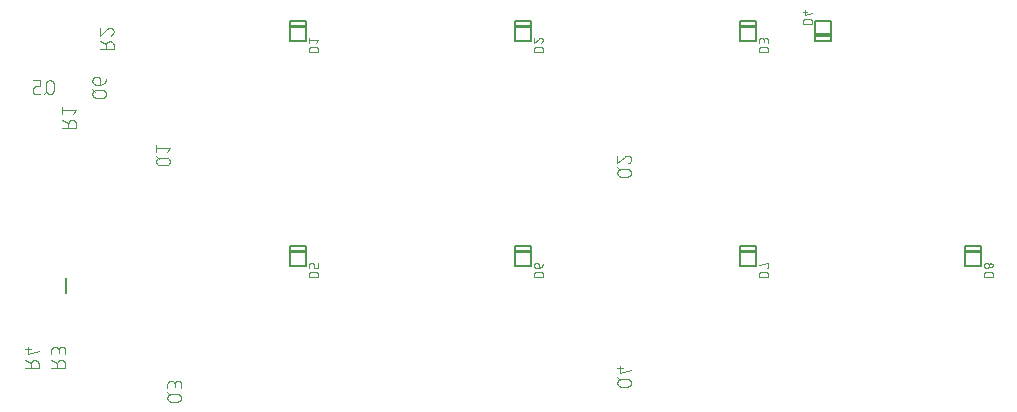
<source format=gbr>
G04 EAGLE Gerber RS-274X export*
G75*
%MOMM*%
%FSLAX34Y34*%
%LPD*%
%INSilkscreen Bottom*%
%IPPOS*%
%AMOC8*
5,1,8,0,0,1.08239X$1,22.5*%
G01*
%ADD10C,0.101600*%
%ADD11C,0.203200*%
%ADD12C,0.127000*%
%ADD13C,0.076200*%


D10*
X172029Y238633D02*
X177221Y238633D01*
X177334Y238635D01*
X177447Y238641D01*
X177560Y238651D01*
X177673Y238665D01*
X177785Y238682D01*
X177896Y238704D01*
X178006Y238729D01*
X178116Y238759D01*
X178224Y238792D01*
X178331Y238829D01*
X178437Y238869D01*
X178541Y238914D01*
X178644Y238962D01*
X178745Y239013D01*
X178844Y239068D01*
X178941Y239126D01*
X179036Y239188D01*
X179129Y239253D01*
X179219Y239321D01*
X179307Y239392D01*
X179393Y239467D01*
X179476Y239544D01*
X179556Y239624D01*
X179633Y239707D01*
X179708Y239793D01*
X179779Y239881D01*
X179847Y239971D01*
X179912Y240064D01*
X179974Y240159D01*
X180032Y240256D01*
X180087Y240355D01*
X180138Y240456D01*
X180186Y240559D01*
X180231Y240663D01*
X180271Y240769D01*
X180308Y240876D01*
X180341Y240984D01*
X180371Y241094D01*
X180396Y241204D01*
X180418Y241315D01*
X180435Y241427D01*
X180449Y241540D01*
X180459Y241653D01*
X180465Y241766D01*
X180467Y241879D01*
X180465Y241992D01*
X180459Y242105D01*
X180449Y242218D01*
X180435Y242331D01*
X180418Y242443D01*
X180396Y242554D01*
X180371Y242664D01*
X180341Y242774D01*
X180308Y242882D01*
X180271Y242989D01*
X180231Y243095D01*
X180186Y243199D01*
X180138Y243302D01*
X180087Y243403D01*
X180032Y243502D01*
X179974Y243599D01*
X179912Y243694D01*
X179847Y243787D01*
X179779Y243877D01*
X179708Y243965D01*
X179633Y244051D01*
X179556Y244134D01*
X179476Y244214D01*
X179393Y244291D01*
X179307Y244366D01*
X179219Y244437D01*
X179129Y244505D01*
X179036Y244570D01*
X178941Y244632D01*
X178844Y244690D01*
X178745Y244745D01*
X178644Y244796D01*
X178541Y244844D01*
X178437Y244889D01*
X178331Y244929D01*
X178224Y244966D01*
X178116Y244999D01*
X178006Y245029D01*
X177896Y245054D01*
X177785Y245076D01*
X177673Y245093D01*
X177560Y245107D01*
X177447Y245117D01*
X177334Y245123D01*
X177221Y245125D01*
X177221Y245124D02*
X172029Y245124D01*
X172029Y245125D02*
X171916Y245123D01*
X171803Y245117D01*
X171690Y245107D01*
X171577Y245093D01*
X171465Y245076D01*
X171354Y245054D01*
X171244Y245029D01*
X171134Y244999D01*
X171026Y244966D01*
X170919Y244929D01*
X170813Y244889D01*
X170709Y244844D01*
X170606Y244796D01*
X170505Y244745D01*
X170406Y244690D01*
X170309Y244632D01*
X170214Y244570D01*
X170121Y244505D01*
X170031Y244437D01*
X169943Y244366D01*
X169857Y244291D01*
X169774Y244214D01*
X169694Y244134D01*
X169617Y244051D01*
X169542Y243965D01*
X169471Y243877D01*
X169403Y243787D01*
X169338Y243694D01*
X169276Y243599D01*
X169218Y243502D01*
X169163Y243403D01*
X169112Y243302D01*
X169064Y243199D01*
X169019Y243095D01*
X168979Y242989D01*
X168942Y242882D01*
X168909Y242774D01*
X168879Y242664D01*
X168854Y242554D01*
X168832Y242443D01*
X168815Y242331D01*
X168801Y242218D01*
X168791Y242105D01*
X168785Y241992D01*
X168783Y241879D01*
X168785Y241766D01*
X168791Y241653D01*
X168801Y241540D01*
X168815Y241427D01*
X168832Y241315D01*
X168854Y241204D01*
X168879Y241094D01*
X168909Y240984D01*
X168942Y240876D01*
X168979Y240769D01*
X169019Y240663D01*
X169064Y240559D01*
X169112Y240456D01*
X169163Y240355D01*
X169218Y240256D01*
X169276Y240159D01*
X169338Y240064D01*
X169403Y239971D01*
X169471Y239881D01*
X169542Y239793D01*
X169617Y239707D01*
X169694Y239624D01*
X169774Y239544D01*
X169857Y239467D01*
X169943Y239392D01*
X170031Y239321D01*
X170121Y239253D01*
X170214Y239188D01*
X170309Y239126D01*
X170406Y239068D01*
X170505Y239013D01*
X170606Y238962D01*
X170709Y238914D01*
X170813Y238869D01*
X170919Y238829D01*
X171026Y238792D01*
X171134Y238759D01*
X171244Y238729D01*
X171354Y238704D01*
X171465Y238682D01*
X171577Y238665D01*
X171690Y238651D01*
X171803Y238641D01*
X171916Y238635D01*
X172029Y238633D01*
X171379Y243826D02*
X168783Y246422D01*
X177871Y249777D02*
X180467Y253022D01*
X168783Y253022D01*
X168783Y249777D02*
X168783Y256268D01*
X562554Y229108D02*
X567746Y229108D01*
X567859Y229110D01*
X567972Y229116D01*
X568085Y229126D01*
X568198Y229140D01*
X568310Y229157D01*
X568421Y229179D01*
X568531Y229204D01*
X568641Y229234D01*
X568749Y229267D01*
X568856Y229304D01*
X568962Y229344D01*
X569066Y229389D01*
X569169Y229437D01*
X569270Y229488D01*
X569369Y229543D01*
X569466Y229601D01*
X569561Y229663D01*
X569654Y229728D01*
X569744Y229796D01*
X569832Y229867D01*
X569918Y229942D01*
X570001Y230019D01*
X570081Y230099D01*
X570158Y230182D01*
X570233Y230268D01*
X570304Y230356D01*
X570372Y230446D01*
X570437Y230539D01*
X570499Y230634D01*
X570557Y230731D01*
X570612Y230830D01*
X570663Y230931D01*
X570711Y231034D01*
X570756Y231138D01*
X570796Y231244D01*
X570833Y231351D01*
X570866Y231459D01*
X570896Y231569D01*
X570921Y231679D01*
X570943Y231790D01*
X570960Y231902D01*
X570974Y232015D01*
X570984Y232128D01*
X570990Y232241D01*
X570992Y232354D01*
X570990Y232467D01*
X570984Y232580D01*
X570974Y232693D01*
X570960Y232806D01*
X570943Y232918D01*
X570921Y233029D01*
X570896Y233139D01*
X570866Y233249D01*
X570833Y233357D01*
X570796Y233464D01*
X570756Y233570D01*
X570711Y233674D01*
X570663Y233777D01*
X570612Y233878D01*
X570557Y233977D01*
X570499Y234074D01*
X570437Y234169D01*
X570372Y234262D01*
X570304Y234352D01*
X570233Y234440D01*
X570158Y234526D01*
X570081Y234609D01*
X570001Y234689D01*
X569918Y234766D01*
X569832Y234841D01*
X569744Y234912D01*
X569654Y234980D01*
X569561Y235045D01*
X569466Y235107D01*
X569369Y235165D01*
X569270Y235220D01*
X569169Y235271D01*
X569066Y235319D01*
X568962Y235364D01*
X568856Y235404D01*
X568749Y235441D01*
X568641Y235474D01*
X568531Y235504D01*
X568421Y235529D01*
X568310Y235551D01*
X568198Y235568D01*
X568085Y235582D01*
X567972Y235592D01*
X567859Y235598D01*
X567746Y235600D01*
X567746Y235599D02*
X562554Y235599D01*
X562554Y235600D02*
X562441Y235598D01*
X562328Y235592D01*
X562215Y235582D01*
X562102Y235568D01*
X561990Y235551D01*
X561879Y235529D01*
X561769Y235504D01*
X561659Y235474D01*
X561551Y235441D01*
X561444Y235404D01*
X561338Y235364D01*
X561234Y235319D01*
X561131Y235271D01*
X561030Y235220D01*
X560931Y235165D01*
X560834Y235107D01*
X560739Y235045D01*
X560646Y234980D01*
X560556Y234912D01*
X560468Y234841D01*
X560382Y234766D01*
X560299Y234689D01*
X560219Y234609D01*
X560142Y234526D01*
X560067Y234440D01*
X559996Y234352D01*
X559928Y234262D01*
X559863Y234169D01*
X559801Y234074D01*
X559743Y233977D01*
X559688Y233878D01*
X559637Y233777D01*
X559589Y233674D01*
X559544Y233570D01*
X559504Y233464D01*
X559467Y233357D01*
X559434Y233249D01*
X559404Y233139D01*
X559379Y233029D01*
X559357Y232918D01*
X559340Y232806D01*
X559326Y232693D01*
X559316Y232580D01*
X559310Y232467D01*
X559308Y232354D01*
X559310Y232241D01*
X559316Y232128D01*
X559326Y232015D01*
X559340Y231902D01*
X559357Y231790D01*
X559379Y231679D01*
X559404Y231569D01*
X559434Y231459D01*
X559467Y231351D01*
X559504Y231244D01*
X559544Y231138D01*
X559589Y231034D01*
X559637Y230931D01*
X559688Y230830D01*
X559743Y230731D01*
X559801Y230634D01*
X559863Y230539D01*
X559928Y230446D01*
X559996Y230356D01*
X560067Y230268D01*
X560142Y230182D01*
X560219Y230099D01*
X560299Y230019D01*
X560382Y229942D01*
X560468Y229867D01*
X560556Y229796D01*
X560646Y229728D01*
X560739Y229663D01*
X560834Y229601D01*
X560931Y229543D01*
X561030Y229488D01*
X561131Y229437D01*
X561234Y229389D01*
X561338Y229344D01*
X561444Y229304D01*
X561551Y229267D01*
X561659Y229234D01*
X561769Y229204D01*
X561879Y229179D01*
X561990Y229157D01*
X562102Y229140D01*
X562215Y229126D01*
X562328Y229116D01*
X562441Y229110D01*
X562554Y229108D01*
X561904Y234301D02*
X559308Y236897D01*
X568071Y246743D02*
X568178Y246741D01*
X568284Y246735D01*
X568390Y246725D01*
X568496Y246712D01*
X568602Y246694D01*
X568706Y246673D01*
X568810Y246648D01*
X568913Y246619D01*
X569014Y246587D01*
X569114Y246550D01*
X569213Y246510D01*
X569311Y246467D01*
X569407Y246420D01*
X569501Y246369D01*
X569593Y246315D01*
X569683Y246258D01*
X569771Y246198D01*
X569856Y246134D01*
X569939Y246067D01*
X570020Y245997D01*
X570098Y245925D01*
X570174Y245849D01*
X570246Y245771D01*
X570316Y245690D01*
X570383Y245607D01*
X570447Y245522D01*
X570507Y245434D01*
X570564Y245344D01*
X570618Y245252D01*
X570669Y245158D01*
X570716Y245062D01*
X570759Y244964D01*
X570799Y244865D01*
X570836Y244765D01*
X570868Y244664D01*
X570897Y244561D01*
X570922Y244457D01*
X570943Y244353D01*
X570961Y244247D01*
X570974Y244141D01*
X570984Y244035D01*
X570990Y243929D01*
X570992Y243822D01*
X570990Y243701D01*
X570984Y243580D01*
X570974Y243460D01*
X570961Y243339D01*
X570943Y243220D01*
X570922Y243100D01*
X570897Y242982D01*
X570868Y242865D01*
X570835Y242748D01*
X570799Y242633D01*
X570758Y242519D01*
X570715Y242406D01*
X570667Y242294D01*
X570616Y242185D01*
X570561Y242077D01*
X570503Y241970D01*
X570442Y241866D01*
X570377Y241764D01*
X570309Y241664D01*
X570238Y241566D01*
X570164Y241470D01*
X570087Y241377D01*
X570006Y241287D01*
X569923Y241199D01*
X569837Y241114D01*
X569748Y241031D01*
X569657Y240952D01*
X569563Y240875D01*
X569467Y240802D01*
X569369Y240732D01*
X569268Y240665D01*
X569165Y240601D01*
X569060Y240541D01*
X568953Y240484D01*
X568845Y240430D01*
X568735Y240380D01*
X568623Y240334D01*
X568510Y240291D01*
X568395Y240252D01*
X565799Y245769D02*
X565876Y245848D01*
X565957Y245924D01*
X566040Y245997D01*
X566125Y246067D01*
X566213Y246134D01*
X566303Y246198D01*
X566395Y246258D01*
X566490Y246315D01*
X566586Y246369D01*
X566684Y246420D01*
X566784Y246467D01*
X566886Y246511D01*
X566989Y246551D01*
X567093Y246587D01*
X567199Y246619D01*
X567305Y246648D01*
X567413Y246673D01*
X567521Y246695D01*
X567631Y246712D01*
X567740Y246726D01*
X567850Y246735D01*
X567961Y246741D01*
X568071Y246743D01*
X565799Y245769D02*
X559308Y240252D01*
X559308Y246743D01*
X186746Y38608D02*
X181554Y38608D01*
X186746Y38608D02*
X186859Y38610D01*
X186972Y38616D01*
X187085Y38626D01*
X187198Y38640D01*
X187310Y38657D01*
X187421Y38679D01*
X187531Y38704D01*
X187641Y38734D01*
X187749Y38767D01*
X187856Y38804D01*
X187962Y38844D01*
X188066Y38889D01*
X188169Y38937D01*
X188270Y38988D01*
X188369Y39043D01*
X188466Y39101D01*
X188561Y39163D01*
X188654Y39228D01*
X188744Y39296D01*
X188832Y39367D01*
X188918Y39442D01*
X189001Y39519D01*
X189081Y39599D01*
X189158Y39682D01*
X189233Y39768D01*
X189304Y39856D01*
X189372Y39946D01*
X189437Y40039D01*
X189499Y40134D01*
X189557Y40231D01*
X189612Y40330D01*
X189663Y40431D01*
X189711Y40534D01*
X189756Y40638D01*
X189796Y40744D01*
X189833Y40851D01*
X189866Y40959D01*
X189896Y41069D01*
X189921Y41179D01*
X189943Y41290D01*
X189960Y41402D01*
X189974Y41515D01*
X189984Y41628D01*
X189990Y41741D01*
X189992Y41854D01*
X189990Y41967D01*
X189984Y42080D01*
X189974Y42193D01*
X189960Y42306D01*
X189943Y42418D01*
X189921Y42529D01*
X189896Y42639D01*
X189866Y42749D01*
X189833Y42857D01*
X189796Y42964D01*
X189756Y43070D01*
X189711Y43174D01*
X189663Y43277D01*
X189612Y43378D01*
X189557Y43477D01*
X189499Y43574D01*
X189437Y43669D01*
X189372Y43762D01*
X189304Y43852D01*
X189233Y43940D01*
X189158Y44026D01*
X189081Y44109D01*
X189001Y44189D01*
X188918Y44266D01*
X188832Y44341D01*
X188744Y44412D01*
X188654Y44480D01*
X188561Y44545D01*
X188466Y44607D01*
X188369Y44665D01*
X188270Y44720D01*
X188169Y44771D01*
X188066Y44819D01*
X187962Y44864D01*
X187856Y44904D01*
X187749Y44941D01*
X187641Y44974D01*
X187531Y45004D01*
X187421Y45029D01*
X187310Y45051D01*
X187198Y45068D01*
X187085Y45082D01*
X186972Y45092D01*
X186859Y45098D01*
X186746Y45100D01*
X186746Y45099D02*
X181554Y45099D01*
X181554Y45100D02*
X181441Y45098D01*
X181328Y45092D01*
X181215Y45082D01*
X181102Y45068D01*
X180990Y45051D01*
X180879Y45029D01*
X180769Y45004D01*
X180659Y44974D01*
X180551Y44941D01*
X180444Y44904D01*
X180338Y44864D01*
X180234Y44819D01*
X180131Y44771D01*
X180030Y44720D01*
X179931Y44665D01*
X179834Y44607D01*
X179739Y44545D01*
X179646Y44480D01*
X179556Y44412D01*
X179468Y44341D01*
X179382Y44266D01*
X179299Y44189D01*
X179219Y44109D01*
X179142Y44026D01*
X179067Y43940D01*
X178996Y43852D01*
X178928Y43762D01*
X178863Y43669D01*
X178801Y43574D01*
X178743Y43477D01*
X178688Y43378D01*
X178637Y43277D01*
X178589Y43174D01*
X178544Y43070D01*
X178504Y42964D01*
X178467Y42857D01*
X178434Y42749D01*
X178404Y42639D01*
X178379Y42529D01*
X178357Y42418D01*
X178340Y42306D01*
X178326Y42193D01*
X178316Y42080D01*
X178310Y41967D01*
X178308Y41854D01*
X178310Y41741D01*
X178316Y41628D01*
X178326Y41515D01*
X178340Y41402D01*
X178357Y41290D01*
X178379Y41179D01*
X178404Y41069D01*
X178434Y40959D01*
X178467Y40851D01*
X178504Y40744D01*
X178544Y40638D01*
X178589Y40534D01*
X178637Y40431D01*
X178688Y40330D01*
X178743Y40231D01*
X178801Y40134D01*
X178863Y40039D01*
X178928Y39946D01*
X178996Y39856D01*
X179067Y39768D01*
X179142Y39682D01*
X179219Y39599D01*
X179299Y39519D01*
X179382Y39442D01*
X179468Y39367D01*
X179556Y39296D01*
X179646Y39228D01*
X179739Y39163D01*
X179834Y39101D01*
X179931Y39043D01*
X180030Y38988D01*
X180131Y38937D01*
X180234Y38889D01*
X180338Y38844D01*
X180444Y38804D01*
X180551Y38767D01*
X180659Y38734D01*
X180769Y38704D01*
X180879Y38679D01*
X180990Y38657D01*
X181102Y38640D01*
X181215Y38626D01*
X181328Y38616D01*
X181441Y38610D01*
X181554Y38608D01*
X180904Y43801D02*
X178308Y46397D01*
X178308Y49752D02*
X178308Y52997D01*
X178310Y53110D01*
X178316Y53223D01*
X178326Y53336D01*
X178340Y53449D01*
X178357Y53561D01*
X178379Y53672D01*
X178404Y53782D01*
X178434Y53892D01*
X178467Y54000D01*
X178504Y54107D01*
X178544Y54213D01*
X178589Y54317D01*
X178637Y54420D01*
X178688Y54521D01*
X178743Y54620D01*
X178801Y54717D01*
X178863Y54812D01*
X178928Y54905D01*
X178996Y54995D01*
X179067Y55083D01*
X179142Y55169D01*
X179219Y55252D01*
X179299Y55332D01*
X179382Y55409D01*
X179468Y55484D01*
X179556Y55555D01*
X179646Y55623D01*
X179739Y55688D01*
X179834Y55750D01*
X179931Y55808D01*
X180030Y55863D01*
X180131Y55914D01*
X180234Y55962D01*
X180338Y56007D01*
X180444Y56047D01*
X180551Y56084D01*
X180659Y56117D01*
X180769Y56147D01*
X180879Y56172D01*
X180990Y56194D01*
X181102Y56211D01*
X181215Y56225D01*
X181328Y56235D01*
X181441Y56241D01*
X181554Y56243D01*
X181667Y56241D01*
X181780Y56235D01*
X181893Y56225D01*
X182006Y56211D01*
X182118Y56194D01*
X182229Y56172D01*
X182339Y56147D01*
X182449Y56117D01*
X182557Y56084D01*
X182664Y56047D01*
X182770Y56007D01*
X182874Y55962D01*
X182977Y55914D01*
X183078Y55863D01*
X183177Y55808D01*
X183274Y55750D01*
X183369Y55688D01*
X183462Y55623D01*
X183552Y55555D01*
X183640Y55484D01*
X183726Y55409D01*
X183809Y55332D01*
X183889Y55252D01*
X183966Y55169D01*
X184041Y55083D01*
X184112Y54995D01*
X184180Y54905D01*
X184245Y54812D01*
X184307Y54717D01*
X184365Y54620D01*
X184420Y54521D01*
X184471Y54420D01*
X184519Y54317D01*
X184564Y54213D01*
X184604Y54107D01*
X184641Y54000D01*
X184674Y53892D01*
X184704Y53782D01*
X184729Y53672D01*
X184751Y53561D01*
X184768Y53449D01*
X184782Y53336D01*
X184792Y53223D01*
X184798Y53110D01*
X184800Y52997D01*
X189992Y53647D02*
X189992Y49752D01*
X189992Y53647D02*
X189990Y53748D01*
X189984Y53848D01*
X189974Y53948D01*
X189961Y54048D01*
X189943Y54147D01*
X189922Y54246D01*
X189897Y54343D01*
X189868Y54440D01*
X189835Y54535D01*
X189799Y54629D01*
X189759Y54721D01*
X189716Y54812D01*
X189669Y54901D01*
X189619Y54988D01*
X189565Y55074D01*
X189508Y55157D01*
X189448Y55237D01*
X189385Y55316D01*
X189318Y55392D01*
X189249Y55465D01*
X189177Y55535D01*
X189103Y55603D01*
X189026Y55668D01*
X188946Y55729D01*
X188864Y55788D01*
X188780Y55843D01*
X188694Y55895D01*
X188606Y55944D01*
X188516Y55989D01*
X188424Y56031D01*
X188331Y56069D01*
X188236Y56103D01*
X188141Y56134D01*
X188044Y56161D01*
X187946Y56184D01*
X187847Y56204D01*
X187747Y56219D01*
X187647Y56231D01*
X187547Y56239D01*
X187446Y56243D01*
X187346Y56243D01*
X187245Y56239D01*
X187145Y56231D01*
X187045Y56219D01*
X186945Y56204D01*
X186846Y56184D01*
X186748Y56161D01*
X186651Y56134D01*
X186556Y56103D01*
X186461Y56069D01*
X186368Y56031D01*
X186276Y55989D01*
X186186Y55944D01*
X186098Y55895D01*
X186012Y55843D01*
X185928Y55788D01*
X185846Y55729D01*
X185766Y55668D01*
X185689Y55603D01*
X185615Y55535D01*
X185543Y55465D01*
X185474Y55392D01*
X185407Y55316D01*
X185344Y55237D01*
X185284Y55157D01*
X185227Y55074D01*
X185173Y54988D01*
X185123Y54901D01*
X185076Y54812D01*
X185033Y54721D01*
X184993Y54629D01*
X184957Y54535D01*
X184924Y54440D01*
X184895Y54343D01*
X184870Y54246D01*
X184849Y54147D01*
X184831Y54048D01*
X184818Y53948D01*
X184808Y53848D01*
X184802Y53748D01*
X184800Y53647D01*
X184799Y53647D02*
X184799Y51050D01*
X562554Y51308D02*
X567746Y51308D01*
X567859Y51310D01*
X567972Y51316D01*
X568085Y51326D01*
X568198Y51340D01*
X568310Y51357D01*
X568421Y51379D01*
X568531Y51404D01*
X568641Y51434D01*
X568749Y51467D01*
X568856Y51504D01*
X568962Y51544D01*
X569066Y51589D01*
X569169Y51637D01*
X569270Y51688D01*
X569369Y51743D01*
X569466Y51801D01*
X569561Y51863D01*
X569654Y51928D01*
X569744Y51996D01*
X569832Y52067D01*
X569918Y52142D01*
X570001Y52219D01*
X570081Y52299D01*
X570158Y52382D01*
X570233Y52468D01*
X570304Y52556D01*
X570372Y52646D01*
X570437Y52739D01*
X570499Y52834D01*
X570557Y52931D01*
X570612Y53030D01*
X570663Y53131D01*
X570711Y53234D01*
X570756Y53338D01*
X570796Y53444D01*
X570833Y53551D01*
X570866Y53659D01*
X570896Y53769D01*
X570921Y53879D01*
X570943Y53990D01*
X570960Y54102D01*
X570974Y54215D01*
X570984Y54328D01*
X570990Y54441D01*
X570992Y54554D01*
X570990Y54667D01*
X570984Y54780D01*
X570974Y54893D01*
X570960Y55006D01*
X570943Y55118D01*
X570921Y55229D01*
X570896Y55339D01*
X570866Y55449D01*
X570833Y55557D01*
X570796Y55664D01*
X570756Y55770D01*
X570711Y55874D01*
X570663Y55977D01*
X570612Y56078D01*
X570557Y56177D01*
X570499Y56274D01*
X570437Y56369D01*
X570372Y56462D01*
X570304Y56552D01*
X570233Y56640D01*
X570158Y56726D01*
X570081Y56809D01*
X570001Y56889D01*
X569918Y56966D01*
X569832Y57041D01*
X569744Y57112D01*
X569654Y57180D01*
X569561Y57245D01*
X569466Y57307D01*
X569369Y57365D01*
X569270Y57420D01*
X569169Y57471D01*
X569066Y57519D01*
X568962Y57564D01*
X568856Y57604D01*
X568749Y57641D01*
X568641Y57674D01*
X568531Y57704D01*
X568421Y57729D01*
X568310Y57751D01*
X568198Y57768D01*
X568085Y57782D01*
X567972Y57792D01*
X567859Y57798D01*
X567746Y57800D01*
X567746Y57799D02*
X562554Y57799D01*
X562554Y57800D02*
X562441Y57798D01*
X562328Y57792D01*
X562215Y57782D01*
X562102Y57768D01*
X561990Y57751D01*
X561879Y57729D01*
X561769Y57704D01*
X561659Y57674D01*
X561551Y57641D01*
X561444Y57604D01*
X561338Y57564D01*
X561234Y57519D01*
X561131Y57471D01*
X561030Y57420D01*
X560931Y57365D01*
X560834Y57307D01*
X560739Y57245D01*
X560646Y57180D01*
X560556Y57112D01*
X560468Y57041D01*
X560382Y56966D01*
X560299Y56889D01*
X560219Y56809D01*
X560142Y56726D01*
X560067Y56640D01*
X559996Y56552D01*
X559928Y56462D01*
X559863Y56369D01*
X559801Y56274D01*
X559743Y56177D01*
X559688Y56078D01*
X559637Y55977D01*
X559589Y55874D01*
X559544Y55770D01*
X559504Y55664D01*
X559467Y55557D01*
X559434Y55449D01*
X559404Y55339D01*
X559379Y55229D01*
X559357Y55118D01*
X559340Y55006D01*
X559326Y54893D01*
X559316Y54780D01*
X559310Y54667D01*
X559308Y54554D01*
X559310Y54441D01*
X559316Y54328D01*
X559326Y54215D01*
X559340Y54102D01*
X559357Y53990D01*
X559379Y53879D01*
X559404Y53769D01*
X559434Y53659D01*
X559467Y53551D01*
X559504Y53444D01*
X559544Y53338D01*
X559589Y53234D01*
X559637Y53131D01*
X559688Y53030D01*
X559743Y52931D01*
X559801Y52834D01*
X559863Y52739D01*
X559928Y52646D01*
X559996Y52556D01*
X560067Y52468D01*
X560142Y52382D01*
X560219Y52299D01*
X560299Y52219D01*
X560382Y52142D01*
X560468Y52067D01*
X560556Y51996D01*
X560646Y51928D01*
X560739Y51863D01*
X560834Y51801D01*
X560931Y51743D01*
X561030Y51688D01*
X561131Y51637D01*
X561234Y51589D01*
X561338Y51544D01*
X561444Y51504D01*
X561551Y51467D01*
X561659Y51434D01*
X561769Y51404D01*
X561879Y51379D01*
X561990Y51357D01*
X562102Y51340D01*
X562215Y51326D01*
X562328Y51316D01*
X562441Y51310D01*
X562554Y51308D01*
X561904Y56501D02*
X559308Y59097D01*
X561904Y62452D02*
X570992Y65048D01*
X561904Y62452D02*
X561904Y68943D01*
X564501Y66996D02*
X559308Y66996D01*
X82042Y302204D02*
X82042Y307396D01*
X82040Y307509D01*
X82034Y307622D01*
X82024Y307735D01*
X82010Y307848D01*
X81993Y307960D01*
X81971Y308071D01*
X81946Y308181D01*
X81916Y308291D01*
X81883Y308399D01*
X81846Y308506D01*
X81806Y308612D01*
X81761Y308716D01*
X81713Y308819D01*
X81662Y308920D01*
X81607Y309019D01*
X81549Y309116D01*
X81487Y309211D01*
X81422Y309304D01*
X81354Y309394D01*
X81283Y309482D01*
X81208Y309568D01*
X81131Y309651D01*
X81051Y309731D01*
X80968Y309808D01*
X80882Y309883D01*
X80794Y309954D01*
X80704Y310022D01*
X80611Y310087D01*
X80516Y310149D01*
X80419Y310207D01*
X80320Y310262D01*
X80219Y310313D01*
X80116Y310361D01*
X80012Y310406D01*
X79906Y310446D01*
X79799Y310483D01*
X79691Y310516D01*
X79581Y310546D01*
X79471Y310571D01*
X79360Y310593D01*
X79248Y310610D01*
X79135Y310624D01*
X79022Y310634D01*
X78909Y310640D01*
X78796Y310642D01*
X78683Y310640D01*
X78570Y310634D01*
X78457Y310624D01*
X78344Y310610D01*
X78232Y310593D01*
X78121Y310571D01*
X78011Y310546D01*
X77901Y310516D01*
X77793Y310483D01*
X77686Y310446D01*
X77580Y310406D01*
X77476Y310361D01*
X77373Y310313D01*
X77272Y310262D01*
X77173Y310207D01*
X77076Y310149D01*
X76981Y310087D01*
X76888Y310022D01*
X76798Y309954D01*
X76710Y309883D01*
X76624Y309808D01*
X76541Y309731D01*
X76461Y309651D01*
X76384Y309568D01*
X76309Y309482D01*
X76238Y309394D01*
X76170Y309304D01*
X76105Y309211D01*
X76043Y309116D01*
X75985Y309019D01*
X75930Y308920D01*
X75879Y308819D01*
X75831Y308716D01*
X75786Y308612D01*
X75746Y308506D01*
X75709Y308399D01*
X75676Y308291D01*
X75646Y308181D01*
X75621Y308071D01*
X75599Y307960D01*
X75582Y307848D01*
X75568Y307735D01*
X75558Y307622D01*
X75552Y307509D01*
X75550Y307396D01*
X75551Y307396D02*
X75551Y302204D01*
X75550Y302204D02*
X75552Y302091D01*
X75558Y301978D01*
X75568Y301865D01*
X75582Y301752D01*
X75599Y301640D01*
X75621Y301529D01*
X75646Y301419D01*
X75676Y301309D01*
X75709Y301201D01*
X75746Y301094D01*
X75786Y300988D01*
X75831Y300884D01*
X75879Y300781D01*
X75930Y300680D01*
X75985Y300581D01*
X76043Y300484D01*
X76105Y300389D01*
X76170Y300296D01*
X76238Y300206D01*
X76309Y300118D01*
X76384Y300032D01*
X76461Y299949D01*
X76541Y299869D01*
X76624Y299792D01*
X76710Y299717D01*
X76798Y299646D01*
X76888Y299578D01*
X76981Y299513D01*
X77076Y299451D01*
X77173Y299393D01*
X77272Y299338D01*
X77373Y299287D01*
X77476Y299239D01*
X77580Y299194D01*
X77686Y299154D01*
X77793Y299117D01*
X77901Y299084D01*
X78011Y299054D01*
X78121Y299029D01*
X78232Y299007D01*
X78344Y298990D01*
X78457Y298976D01*
X78570Y298966D01*
X78683Y298960D01*
X78796Y298958D01*
X78909Y298960D01*
X79022Y298966D01*
X79135Y298976D01*
X79248Y298990D01*
X79360Y299007D01*
X79471Y299029D01*
X79581Y299054D01*
X79691Y299084D01*
X79799Y299117D01*
X79906Y299154D01*
X80012Y299194D01*
X80116Y299239D01*
X80219Y299287D01*
X80320Y299338D01*
X80419Y299393D01*
X80516Y299451D01*
X80611Y299513D01*
X80704Y299578D01*
X80794Y299646D01*
X80882Y299717D01*
X80968Y299792D01*
X81051Y299869D01*
X81131Y299949D01*
X81208Y300032D01*
X81283Y300118D01*
X81354Y300206D01*
X81422Y300296D01*
X81487Y300389D01*
X81549Y300484D01*
X81607Y300581D01*
X81662Y300680D01*
X81713Y300781D01*
X81761Y300884D01*
X81806Y300988D01*
X81846Y301094D01*
X81883Y301201D01*
X81916Y301309D01*
X81946Y301419D01*
X81971Y301529D01*
X81993Y301640D01*
X82010Y301752D01*
X82024Y301865D01*
X82034Y301978D01*
X82040Y302091D01*
X82042Y302204D01*
X76849Y301554D02*
X74253Y298958D01*
X70898Y298958D02*
X67003Y298958D01*
X66904Y298960D01*
X66804Y298966D01*
X66705Y298975D01*
X66607Y298988D01*
X66509Y299005D01*
X66411Y299026D01*
X66315Y299051D01*
X66220Y299079D01*
X66126Y299111D01*
X66033Y299146D01*
X65941Y299185D01*
X65851Y299228D01*
X65763Y299273D01*
X65676Y299323D01*
X65592Y299375D01*
X65509Y299431D01*
X65429Y299489D01*
X65351Y299551D01*
X65276Y299616D01*
X65203Y299684D01*
X65133Y299754D01*
X65065Y299827D01*
X65000Y299902D01*
X64938Y299980D01*
X64880Y300060D01*
X64824Y300143D01*
X64772Y300227D01*
X64722Y300314D01*
X64677Y300402D01*
X64634Y300492D01*
X64595Y300584D01*
X64560Y300677D01*
X64528Y300771D01*
X64500Y300866D01*
X64475Y300962D01*
X64454Y301060D01*
X64437Y301158D01*
X64424Y301256D01*
X64415Y301355D01*
X64409Y301455D01*
X64407Y301554D01*
X64407Y302853D01*
X64409Y302952D01*
X64415Y303052D01*
X64424Y303151D01*
X64437Y303249D01*
X64454Y303347D01*
X64475Y303445D01*
X64500Y303541D01*
X64528Y303636D01*
X64560Y303730D01*
X64595Y303823D01*
X64634Y303915D01*
X64677Y304005D01*
X64722Y304093D01*
X64772Y304180D01*
X64824Y304264D01*
X64880Y304347D01*
X64938Y304427D01*
X65000Y304505D01*
X65065Y304580D01*
X65133Y304653D01*
X65203Y304723D01*
X65276Y304791D01*
X65351Y304856D01*
X65429Y304918D01*
X65509Y304976D01*
X65592Y305032D01*
X65676Y305084D01*
X65763Y305134D01*
X65851Y305179D01*
X65941Y305222D01*
X66033Y305261D01*
X66126Y305296D01*
X66220Y305328D01*
X66315Y305356D01*
X66411Y305381D01*
X66509Y305402D01*
X66607Y305419D01*
X66705Y305432D01*
X66804Y305441D01*
X66904Y305447D01*
X67003Y305449D01*
X70898Y305449D01*
X70898Y310642D01*
X64407Y310642D01*
X118054Y295783D02*
X123246Y295783D01*
X123359Y295785D01*
X123472Y295791D01*
X123585Y295801D01*
X123698Y295815D01*
X123810Y295832D01*
X123921Y295854D01*
X124031Y295879D01*
X124141Y295909D01*
X124249Y295942D01*
X124356Y295979D01*
X124462Y296019D01*
X124566Y296064D01*
X124669Y296112D01*
X124770Y296163D01*
X124869Y296218D01*
X124966Y296276D01*
X125061Y296338D01*
X125154Y296403D01*
X125244Y296471D01*
X125332Y296542D01*
X125418Y296617D01*
X125501Y296694D01*
X125581Y296774D01*
X125658Y296857D01*
X125733Y296943D01*
X125804Y297031D01*
X125872Y297121D01*
X125937Y297214D01*
X125999Y297309D01*
X126057Y297406D01*
X126112Y297505D01*
X126163Y297606D01*
X126211Y297709D01*
X126256Y297813D01*
X126296Y297919D01*
X126333Y298026D01*
X126366Y298134D01*
X126396Y298244D01*
X126421Y298354D01*
X126443Y298465D01*
X126460Y298577D01*
X126474Y298690D01*
X126484Y298803D01*
X126490Y298916D01*
X126492Y299029D01*
X126490Y299142D01*
X126484Y299255D01*
X126474Y299368D01*
X126460Y299481D01*
X126443Y299593D01*
X126421Y299704D01*
X126396Y299814D01*
X126366Y299924D01*
X126333Y300032D01*
X126296Y300139D01*
X126256Y300245D01*
X126211Y300349D01*
X126163Y300452D01*
X126112Y300553D01*
X126057Y300652D01*
X125999Y300749D01*
X125937Y300844D01*
X125872Y300937D01*
X125804Y301027D01*
X125733Y301115D01*
X125658Y301201D01*
X125581Y301284D01*
X125501Y301364D01*
X125418Y301441D01*
X125332Y301516D01*
X125244Y301587D01*
X125154Y301655D01*
X125061Y301720D01*
X124966Y301782D01*
X124869Y301840D01*
X124770Y301895D01*
X124669Y301946D01*
X124566Y301994D01*
X124462Y302039D01*
X124356Y302079D01*
X124249Y302116D01*
X124141Y302149D01*
X124031Y302179D01*
X123921Y302204D01*
X123810Y302226D01*
X123698Y302243D01*
X123585Y302257D01*
X123472Y302267D01*
X123359Y302273D01*
X123246Y302275D01*
X123246Y302274D02*
X118054Y302274D01*
X118054Y302275D02*
X117941Y302273D01*
X117828Y302267D01*
X117715Y302257D01*
X117602Y302243D01*
X117490Y302226D01*
X117379Y302204D01*
X117269Y302179D01*
X117159Y302149D01*
X117051Y302116D01*
X116944Y302079D01*
X116838Y302039D01*
X116734Y301994D01*
X116631Y301946D01*
X116530Y301895D01*
X116431Y301840D01*
X116334Y301782D01*
X116239Y301720D01*
X116146Y301655D01*
X116056Y301587D01*
X115968Y301516D01*
X115882Y301441D01*
X115799Y301364D01*
X115719Y301284D01*
X115642Y301201D01*
X115567Y301115D01*
X115496Y301027D01*
X115428Y300937D01*
X115363Y300844D01*
X115301Y300749D01*
X115243Y300652D01*
X115188Y300553D01*
X115137Y300452D01*
X115089Y300349D01*
X115044Y300245D01*
X115004Y300139D01*
X114967Y300032D01*
X114934Y299924D01*
X114904Y299814D01*
X114879Y299704D01*
X114857Y299593D01*
X114840Y299481D01*
X114826Y299368D01*
X114816Y299255D01*
X114810Y299142D01*
X114808Y299029D01*
X114810Y298916D01*
X114816Y298803D01*
X114826Y298690D01*
X114840Y298577D01*
X114857Y298465D01*
X114879Y298354D01*
X114904Y298244D01*
X114934Y298134D01*
X114967Y298026D01*
X115004Y297919D01*
X115044Y297813D01*
X115089Y297709D01*
X115137Y297606D01*
X115188Y297505D01*
X115243Y297406D01*
X115301Y297309D01*
X115363Y297214D01*
X115428Y297121D01*
X115496Y297031D01*
X115567Y296943D01*
X115642Y296857D01*
X115719Y296774D01*
X115799Y296694D01*
X115882Y296617D01*
X115968Y296542D01*
X116056Y296471D01*
X116146Y296403D01*
X116239Y296338D01*
X116334Y296276D01*
X116431Y296218D01*
X116530Y296163D01*
X116631Y296112D01*
X116734Y296064D01*
X116838Y296019D01*
X116944Y295979D01*
X117051Y295942D01*
X117159Y295909D01*
X117269Y295879D01*
X117379Y295854D01*
X117490Y295832D01*
X117602Y295815D01*
X117715Y295801D01*
X117828Y295791D01*
X117941Y295785D01*
X118054Y295783D01*
X117404Y300976D02*
X114808Y303572D01*
X121299Y306927D02*
X121299Y310822D01*
X121297Y310921D01*
X121291Y311021D01*
X121282Y311120D01*
X121269Y311218D01*
X121252Y311316D01*
X121231Y311414D01*
X121206Y311510D01*
X121178Y311605D01*
X121146Y311699D01*
X121111Y311792D01*
X121072Y311884D01*
X121029Y311974D01*
X120984Y312062D01*
X120934Y312149D01*
X120882Y312233D01*
X120826Y312316D01*
X120768Y312396D01*
X120706Y312474D01*
X120641Y312549D01*
X120573Y312622D01*
X120503Y312692D01*
X120430Y312760D01*
X120355Y312825D01*
X120277Y312887D01*
X120197Y312945D01*
X120114Y313001D01*
X120030Y313053D01*
X119943Y313103D01*
X119855Y313148D01*
X119765Y313191D01*
X119673Y313230D01*
X119580Y313265D01*
X119486Y313297D01*
X119391Y313325D01*
X119295Y313350D01*
X119197Y313371D01*
X119099Y313388D01*
X119001Y313401D01*
X118902Y313410D01*
X118802Y313416D01*
X118703Y313418D01*
X118054Y313418D01*
X117941Y313416D01*
X117828Y313410D01*
X117715Y313400D01*
X117602Y313386D01*
X117490Y313369D01*
X117379Y313347D01*
X117269Y313322D01*
X117159Y313292D01*
X117051Y313259D01*
X116944Y313222D01*
X116838Y313182D01*
X116734Y313137D01*
X116631Y313089D01*
X116530Y313038D01*
X116431Y312983D01*
X116334Y312925D01*
X116239Y312863D01*
X116146Y312798D01*
X116056Y312730D01*
X115968Y312659D01*
X115882Y312584D01*
X115799Y312507D01*
X115719Y312427D01*
X115642Y312344D01*
X115567Y312258D01*
X115496Y312170D01*
X115428Y312080D01*
X115363Y311987D01*
X115301Y311892D01*
X115243Y311795D01*
X115188Y311696D01*
X115137Y311595D01*
X115089Y311492D01*
X115044Y311388D01*
X115004Y311282D01*
X114967Y311175D01*
X114934Y311067D01*
X114904Y310957D01*
X114879Y310847D01*
X114857Y310736D01*
X114840Y310624D01*
X114826Y310511D01*
X114816Y310398D01*
X114810Y310285D01*
X114808Y310172D01*
X114810Y310059D01*
X114816Y309946D01*
X114826Y309833D01*
X114840Y309720D01*
X114857Y309608D01*
X114879Y309497D01*
X114904Y309387D01*
X114934Y309277D01*
X114967Y309169D01*
X115004Y309062D01*
X115044Y308956D01*
X115089Y308852D01*
X115137Y308749D01*
X115188Y308648D01*
X115243Y308549D01*
X115301Y308452D01*
X115363Y308357D01*
X115428Y308264D01*
X115496Y308174D01*
X115567Y308086D01*
X115642Y308000D01*
X115719Y307917D01*
X115799Y307837D01*
X115882Y307760D01*
X115968Y307685D01*
X116056Y307614D01*
X116146Y307546D01*
X116239Y307481D01*
X116334Y307419D01*
X116431Y307361D01*
X116530Y307306D01*
X116631Y307255D01*
X116734Y307207D01*
X116838Y307162D01*
X116944Y307122D01*
X117051Y307085D01*
X117159Y307052D01*
X117269Y307022D01*
X117379Y306997D01*
X117490Y306975D01*
X117602Y306958D01*
X117715Y306944D01*
X117828Y306934D01*
X117941Y306928D01*
X118054Y306926D01*
X118054Y306927D02*
X121299Y306927D01*
X121442Y306929D01*
X121585Y306935D01*
X121728Y306945D01*
X121870Y306959D01*
X122012Y306976D01*
X122154Y306998D01*
X122295Y307023D01*
X122435Y307053D01*
X122574Y307086D01*
X122712Y307123D01*
X122849Y307164D01*
X122985Y307208D01*
X123120Y307257D01*
X123253Y307309D01*
X123385Y307364D01*
X123515Y307424D01*
X123644Y307487D01*
X123771Y307553D01*
X123895Y307623D01*
X124018Y307696D01*
X124139Y307773D01*
X124258Y307853D01*
X124374Y307936D01*
X124489Y308022D01*
X124600Y308111D01*
X124710Y308204D01*
X124816Y308299D01*
X124920Y308398D01*
X125021Y308499D01*
X125120Y308603D01*
X125215Y308709D01*
X125308Y308819D01*
X125397Y308930D01*
X125483Y309045D01*
X125566Y309161D01*
X125646Y309280D01*
X125723Y309401D01*
X125796Y309523D01*
X125866Y309648D01*
X125932Y309775D01*
X125995Y309904D01*
X126055Y310034D01*
X126110Y310166D01*
X126162Y310299D01*
X126211Y310434D01*
X126255Y310570D01*
X126296Y310707D01*
X126333Y310845D01*
X126366Y310984D01*
X126396Y311124D01*
X126421Y311265D01*
X126443Y311407D01*
X126460Y311549D01*
X126474Y311691D01*
X126484Y311834D01*
X126490Y311977D01*
X126492Y312120D01*
X101092Y270570D02*
X89408Y270570D01*
X101092Y270570D02*
X101092Y273815D01*
X101090Y273928D01*
X101084Y274041D01*
X101074Y274154D01*
X101060Y274267D01*
X101043Y274379D01*
X101021Y274490D01*
X100996Y274600D01*
X100966Y274710D01*
X100933Y274818D01*
X100896Y274925D01*
X100856Y275031D01*
X100811Y275135D01*
X100763Y275238D01*
X100712Y275339D01*
X100657Y275438D01*
X100599Y275535D01*
X100537Y275630D01*
X100472Y275723D01*
X100404Y275813D01*
X100333Y275901D01*
X100258Y275987D01*
X100181Y276070D01*
X100101Y276150D01*
X100018Y276227D01*
X99932Y276302D01*
X99844Y276373D01*
X99754Y276441D01*
X99661Y276506D01*
X99566Y276568D01*
X99469Y276626D01*
X99370Y276681D01*
X99269Y276732D01*
X99166Y276780D01*
X99062Y276825D01*
X98956Y276865D01*
X98849Y276902D01*
X98741Y276935D01*
X98631Y276965D01*
X98521Y276990D01*
X98410Y277012D01*
X98298Y277029D01*
X98185Y277043D01*
X98072Y277053D01*
X97959Y277059D01*
X97846Y277061D01*
X97733Y277059D01*
X97620Y277053D01*
X97507Y277043D01*
X97394Y277029D01*
X97282Y277012D01*
X97171Y276990D01*
X97061Y276965D01*
X96951Y276935D01*
X96843Y276902D01*
X96736Y276865D01*
X96630Y276825D01*
X96526Y276780D01*
X96423Y276732D01*
X96322Y276681D01*
X96223Y276626D01*
X96126Y276568D01*
X96031Y276506D01*
X95938Y276441D01*
X95848Y276373D01*
X95760Y276302D01*
X95674Y276227D01*
X95591Y276150D01*
X95511Y276070D01*
X95434Y275987D01*
X95359Y275901D01*
X95288Y275813D01*
X95220Y275723D01*
X95155Y275630D01*
X95093Y275535D01*
X95035Y275438D01*
X94980Y275339D01*
X94929Y275238D01*
X94881Y275135D01*
X94836Y275031D01*
X94796Y274925D01*
X94759Y274818D01*
X94726Y274710D01*
X94696Y274600D01*
X94671Y274490D01*
X94649Y274379D01*
X94632Y274267D01*
X94618Y274154D01*
X94608Y274041D01*
X94602Y273928D01*
X94600Y273815D01*
X94601Y273815D02*
X94601Y270570D01*
X94601Y274464D02*
X89408Y277061D01*
X98496Y281926D02*
X101092Y285171D01*
X89408Y285171D01*
X89408Y281926D02*
X89408Y288417D01*
X121158Y337058D02*
X132842Y337058D01*
X132842Y340304D01*
X132840Y340417D01*
X132834Y340530D01*
X132824Y340643D01*
X132810Y340756D01*
X132793Y340868D01*
X132771Y340979D01*
X132746Y341089D01*
X132716Y341199D01*
X132683Y341307D01*
X132646Y341414D01*
X132606Y341520D01*
X132561Y341624D01*
X132513Y341727D01*
X132462Y341828D01*
X132407Y341927D01*
X132349Y342024D01*
X132287Y342119D01*
X132222Y342212D01*
X132154Y342302D01*
X132083Y342390D01*
X132008Y342476D01*
X131931Y342559D01*
X131851Y342639D01*
X131768Y342716D01*
X131682Y342791D01*
X131594Y342862D01*
X131504Y342930D01*
X131411Y342995D01*
X131316Y343057D01*
X131219Y343115D01*
X131120Y343170D01*
X131019Y343221D01*
X130916Y343269D01*
X130812Y343314D01*
X130706Y343354D01*
X130599Y343391D01*
X130491Y343424D01*
X130381Y343454D01*
X130271Y343479D01*
X130160Y343501D01*
X130048Y343518D01*
X129935Y343532D01*
X129822Y343542D01*
X129709Y343548D01*
X129596Y343550D01*
X129483Y343548D01*
X129370Y343542D01*
X129257Y343532D01*
X129144Y343518D01*
X129032Y343501D01*
X128921Y343479D01*
X128811Y343454D01*
X128701Y343424D01*
X128593Y343391D01*
X128486Y343354D01*
X128380Y343314D01*
X128276Y343269D01*
X128173Y343221D01*
X128072Y343170D01*
X127973Y343115D01*
X127876Y343057D01*
X127781Y342995D01*
X127688Y342930D01*
X127598Y342862D01*
X127510Y342791D01*
X127424Y342716D01*
X127341Y342639D01*
X127261Y342559D01*
X127184Y342476D01*
X127109Y342390D01*
X127038Y342302D01*
X126970Y342212D01*
X126905Y342119D01*
X126843Y342024D01*
X126785Y341927D01*
X126730Y341828D01*
X126679Y341727D01*
X126631Y341624D01*
X126586Y341520D01*
X126546Y341414D01*
X126509Y341307D01*
X126476Y341199D01*
X126446Y341089D01*
X126421Y340979D01*
X126399Y340868D01*
X126382Y340756D01*
X126368Y340643D01*
X126358Y340530D01*
X126352Y340417D01*
X126350Y340304D01*
X126351Y340304D02*
X126351Y337058D01*
X126351Y340953D02*
X121158Y343549D01*
X129921Y354905D02*
X130028Y354903D01*
X130134Y354897D01*
X130240Y354887D01*
X130346Y354874D01*
X130452Y354856D01*
X130556Y354835D01*
X130660Y354810D01*
X130763Y354781D01*
X130864Y354749D01*
X130964Y354712D01*
X131063Y354672D01*
X131161Y354629D01*
X131257Y354582D01*
X131351Y354531D01*
X131443Y354477D01*
X131533Y354420D01*
X131621Y354360D01*
X131706Y354296D01*
X131789Y354229D01*
X131870Y354159D01*
X131948Y354087D01*
X132024Y354011D01*
X132096Y353933D01*
X132166Y353852D01*
X132233Y353769D01*
X132297Y353684D01*
X132357Y353596D01*
X132414Y353506D01*
X132468Y353414D01*
X132519Y353320D01*
X132566Y353224D01*
X132609Y353126D01*
X132649Y353027D01*
X132686Y352927D01*
X132718Y352826D01*
X132747Y352723D01*
X132772Y352619D01*
X132793Y352515D01*
X132811Y352409D01*
X132824Y352303D01*
X132834Y352197D01*
X132840Y352091D01*
X132842Y351984D01*
X132840Y351863D01*
X132834Y351742D01*
X132824Y351622D01*
X132811Y351501D01*
X132793Y351382D01*
X132772Y351262D01*
X132747Y351144D01*
X132718Y351027D01*
X132685Y350910D01*
X132649Y350795D01*
X132608Y350681D01*
X132565Y350568D01*
X132517Y350456D01*
X132466Y350347D01*
X132411Y350239D01*
X132353Y350132D01*
X132292Y350028D01*
X132227Y349926D01*
X132159Y349826D01*
X132088Y349728D01*
X132014Y349632D01*
X131937Y349539D01*
X131856Y349449D01*
X131773Y349361D01*
X131687Y349276D01*
X131598Y349193D01*
X131507Y349114D01*
X131413Y349037D01*
X131317Y348964D01*
X131219Y348894D01*
X131118Y348827D01*
X131015Y348763D01*
X130910Y348703D01*
X130803Y348646D01*
X130695Y348592D01*
X130585Y348542D01*
X130473Y348496D01*
X130360Y348453D01*
X130245Y348414D01*
X127649Y353932D02*
X127726Y354011D01*
X127807Y354087D01*
X127890Y354160D01*
X127975Y354230D01*
X128063Y354297D01*
X128153Y354361D01*
X128245Y354421D01*
X128340Y354478D01*
X128436Y354532D01*
X128534Y354583D01*
X128634Y354630D01*
X128736Y354674D01*
X128839Y354714D01*
X128943Y354750D01*
X129049Y354782D01*
X129155Y354811D01*
X129263Y354836D01*
X129371Y354858D01*
X129481Y354875D01*
X129590Y354889D01*
X129700Y354898D01*
X129811Y354904D01*
X129921Y354906D01*
X127649Y353932D02*
X121158Y348414D01*
X121158Y354905D01*
D11*
X92710Y142875D02*
X92710Y130175D01*
D12*
X295425Y343925D02*
X295425Y360925D01*
X282425Y360925D01*
X282425Y343925D01*
X295425Y343925D01*
X294925Y356425D02*
X282925Y356425D01*
X282925Y355425D01*
X294925Y355425D01*
D13*
X298306Y334806D02*
X305672Y334806D01*
X305672Y336852D01*
X305670Y336941D01*
X305664Y337030D01*
X305654Y337119D01*
X305641Y337207D01*
X305624Y337295D01*
X305602Y337382D01*
X305577Y337467D01*
X305549Y337552D01*
X305516Y337635D01*
X305480Y337717D01*
X305441Y337797D01*
X305398Y337875D01*
X305352Y337951D01*
X305302Y338026D01*
X305249Y338098D01*
X305193Y338167D01*
X305134Y338234D01*
X305073Y338299D01*
X305008Y338360D01*
X304941Y338419D01*
X304872Y338475D01*
X304800Y338528D01*
X304725Y338578D01*
X304649Y338624D01*
X304571Y338667D01*
X304491Y338706D01*
X304409Y338742D01*
X304326Y338775D01*
X304241Y338803D01*
X304156Y338828D01*
X304069Y338850D01*
X303981Y338867D01*
X303893Y338880D01*
X303804Y338890D01*
X303715Y338896D01*
X303626Y338898D01*
X300352Y338898D01*
X300263Y338896D01*
X300174Y338890D01*
X300085Y338880D01*
X299997Y338867D01*
X299909Y338850D01*
X299822Y338828D01*
X299737Y338803D01*
X299652Y338775D01*
X299569Y338742D01*
X299487Y338706D01*
X299407Y338667D01*
X299329Y338624D01*
X299253Y338578D01*
X299178Y338528D01*
X299106Y338475D01*
X299037Y338419D01*
X298970Y338360D01*
X298905Y338299D01*
X298844Y338234D01*
X298785Y338167D01*
X298729Y338098D01*
X298676Y338026D01*
X298626Y337951D01*
X298580Y337875D01*
X298537Y337797D01*
X298498Y337717D01*
X298462Y337635D01*
X298429Y337552D01*
X298401Y337467D01*
X298376Y337382D01*
X298354Y337295D01*
X298337Y337207D01*
X298324Y337119D01*
X298314Y337030D01*
X298308Y336941D01*
X298306Y336852D01*
X298306Y334806D01*
X304035Y342365D02*
X305672Y344411D01*
X298306Y344411D01*
X298306Y342365D02*
X298306Y346457D01*
D12*
X485925Y343925D02*
X485925Y360925D01*
X472925Y360925D01*
X472925Y343925D01*
X485925Y343925D01*
X485425Y356425D02*
X473425Y356425D01*
X473425Y355425D01*
X485425Y355425D01*
D13*
X488806Y334806D02*
X496172Y334806D01*
X496172Y336852D01*
X496170Y336941D01*
X496164Y337030D01*
X496154Y337119D01*
X496141Y337207D01*
X496124Y337295D01*
X496102Y337382D01*
X496077Y337467D01*
X496049Y337552D01*
X496016Y337635D01*
X495980Y337717D01*
X495941Y337797D01*
X495898Y337875D01*
X495852Y337951D01*
X495802Y338026D01*
X495749Y338098D01*
X495693Y338167D01*
X495634Y338234D01*
X495573Y338299D01*
X495508Y338360D01*
X495441Y338419D01*
X495372Y338475D01*
X495300Y338528D01*
X495225Y338578D01*
X495149Y338624D01*
X495071Y338667D01*
X494991Y338706D01*
X494909Y338742D01*
X494826Y338775D01*
X494741Y338803D01*
X494656Y338828D01*
X494569Y338850D01*
X494481Y338867D01*
X494393Y338880D01*
X494304Y338890D01*
X494215Y338896D01*
X494126Y338898D01*
X490852Y338898D01*
X490763Y338896D01*
X490674Y338890D01*
X490585Y338880D01*
X490497Y338867D01*
X490409Y338850D01*
X490322Y338828D01*
X490237Y338803D01*
X490152Y338775D01*
X490069Y338742D01*
X489987Y338706D01*
X489907Y338667D01*
X489829Y338624D01*
X489753Y338578D01*
X489678Y338528D01*
X489606Y338475D01*
X489537Y338419D01*
X489470Y338360D01*
X489405Y338299D01*
X489344Y338234D01*
X489285Y338167D01*
X489229Y338098D01*
X489176Y338026D01*
X489126Y337951D01*
X489080Y337875D01*
X489037Y337797D01*
X488998Y337717D01*
X488962Y337635D01*
X488929Y337552D01*
X488901Y337467D01*
X488876Y337382D01*
X488854Y337295D01*
X488837Y337207D01*
X488824Y337119D01*
X488814Y337030D01*
X488808Y336941D01*
X488806Y336852D01*
X488806Y334806D01*
X496173Y344616D02*
X496171Y344701D01*
X496165Y344786D01*
X496155Y344870D01*
X496142Y344954D01*
X496124Y345038D01*
X496103Y345120D01*
X496078Y345201D01*
X496049Y345281D01*
X496016Y345360D01*
X495980Y345437D01*
X495940Y345512D01*
X495897Y345586D01*
X495851Y345657D01*
X495801Y345726D01*
X495748Y345793D01*
X495692Y345857D01*
X495633Y345918D01*
X495572Y345977D01*
X495508Y346033D01*
X495441Y346086D01*
X495372Y346136D01*
X495301Y346182D01*
X495227Y346225D01*
X495152Y346265D01*
X495075Y346301D01*
X494996Y346334D01*
X494916Y346363D01*
X494835Y346388D01*
X494753Y346409D01*
X494669Y346427D01*
X494585Y346440D01*
X494501Y346450D01*
X494416Y346456D01*
X494331Y346458D01*
X496172Y344616D02*
X496170Y344520D01*
X496164Y344424D01*
X496154Y344329D01*
X496141Y344234D01*
X496123Y344139D01*
X496102Y344046D01*
X496077Y343953D01*
X496048Y343862D01*
X496016Y343771D01*
X495980Y343682D01*
X495940Y343595D01*
X495897Y343509D01*
X495851Y343425D01*
X495801Y343343D01*
X495747Y343263D01*
X495691Y343186D01*
X495631Y343111D01*
X495569Y343038D01*
X495503Y342968D01*
X495435Y342900D01*
X495364Y342835D01*
X495291Y342774D01*
X495215Y342715D01*
X495136Y342659D01*
X495056Y342607D01*
X494973Y342558D01*
X494889Y342512D01*
X494803Y342470D01*
X494715Y342432D01*
X494626Y342397D01*
X494535Y342365D01*
X492899Y345843D02*
X492958Y345903D01*
X493020Y345960D01*
X493084Y346015D01*
X493151Y346066D01*
X493220Y346115D01*
X493290Y346161D01*
X493363Y346204D01*
X493437Y346244D01*
X493513Y346280D01*
X493591Y346313D01*
X493670Y346343D01*
X493750Y346370D01*
X493831Y346393D01*
X493913Y346412D01*
X493995Y346428D01*
X494079Y346441D01*
X494163Y346450D01*
X494247Y346455D01*
X494331Y346457D01*
X492898Y345843D02*
X488806Y342365D01*
X488806Y346457D01*
D12*
X676425Y343925D02*
X676425Y360925D01*
X663425Y360925D01*
X663425Y343925D01*
X676425Y343925D01*
X675925Y356425D02*
X663925Y356425D01*
X663925Y355425D01*
X675925Y355425D01*
D13*
X679306Y334806D02*
X686672Y334806D01*
X686672Y336852D01*
X686670Y336941D01*
X686664Y337030D01*
X686654Y337119D01*
X686641Y337207D01*
X686624Y337295D01*
X686602Y337382D01*
X686577Y337467D01*
X686549Y337552D01*
X686516Y337635D01*
X686480Y337717D01*
X686441Y337797D01*
X686398Y337875D01*
X686352Y337951D01*
X686302Y338026D01*
X686249Y338098D01*
X686193Y338167D01*
X686134Y338234D01*
X686073Y338299D01*
X686008Y338360D01*
X685941Y338419D01*
X685872Y338475D01*
X685800Y338528D01*
X685725Y338578D01*
X685649Y338624D01*
X685571Y338667D01*
X685491Y338706D01*
X685409Y338742D01*
X685326Y338775D01*
X685241Y338803D01*
X685156Y338828D01*
X685069Y338850D01*
X684981Y338867D01*
X684893Y338880D01*
X684804Y338890D01*
X684715Y338896D01*
X684626Y338898D01*
X681352Y338898D01*
X681263Y338896D01*
X681174Y338890D01*
X681085Y338880D01*
X680997Y338867D01*
X680909Y338850D01*
X680822Y338828D01*
X680737Y338803D01*
X680652Y338775D01*
X680569Y338742D01*
X680487Y338706D01*
X680407Y338667D01*
X680329Y338624D01*
X680253Y338578D01*
X680178Y338528D01*
X680106Y338475D01*
X680037Y338419D01*
X679970Y338360D01*
X679905Y338299D01*
X679844Y338234D01*
X679785Y338167D01*
X679729Y338098D01*
X679676Y338026D01*
X679626Y337951D01*
X679580Y337875D01*
X679537Y337797D01*
X679498Y337717D01*
X679462Y337635D01*
X679429Y337552D01*
X679401Y337467D01*
X679376Y337382D01*
X679354Y337295D01*
X679337Y337207D01*
X679324Y337119D01*
X679314Y337030D01*
X679308Y336941D01*
X679306Y336852D01*
X679306Y334806D01*
X679306Y342365D02*
X679306Y344411D01*
X679308Y344500D01*
X679314Y344589D01*
X679324Y344678D01*
X679337Y344766D01*
X679354Y344854D01*
X679376Y344941D01*
X679401Y345026D01*
X679429Y345111D01*
X679462Y345194D01*
X679498Y345276D01*
X679537Y345356D01*
X679580Y345434D01*
X679626Y345510D01*
X679676Y345585D01*
X679729Y345657D01*
X679785Y345726D01*
X679844Y345793D01*
X679905Y345858D01*
X679970Y345919D01*
X680037Y345978D01*
X680106Y346034D01*
X680178Y346087D01*
X680253Y346137D01*
X680329Y346183D01*
X680407Y346226D01*
X680487Y346265D01*
X680569Y346301D01*
X680652Y346334D01*
X680737Y346362D01*
X680822Y346387D01*
X680909Y346409D01*
X680997Y346426D01*
X681085Y346439D01*
X681174Y346449D01*
X681263Y346455D01*
X681352Y346457D01*
X681441Y346455D01*
X681530Y346449D01*
X681619Y346439D01*
X681707Y346426D01*
X681795Y346409D01*
X681882Y346387D01*
X681967Y346362D01*
X682052Y346334D01*
X682135Y346301D01*
X682217Y346265D01*
X682297Y346226D01*
X682375Y346183D01*
X682451Y346137D01*
X682526Y346087D01*
X682598Y346034D01*
X682667Y345978D01*
X682734Y345919D01*
X682799Y345858D01*
X682860Y345793D01*
X682919Y345726D01*
X682975Y345657D01*
X683028Y345585D01*
X683078Y345510D01*
X683124Y345434D01*
X683167Y345356D01*
X683206Y345276D01*
X683242Y345194D01*
X683275Y345111D01*
X683303Y345026D01*
X683328Y344941D01*
X683350Y344854D01*
X683367Y344766D01*
X683380Y344678D01*
X683390Y344589D01*
X683396Y344500D01*
X683398Y344411D01*
X686672Y344820D02*
X686672Y342365D01*
X686672Y344820D02*
X686670Y344899D01*
X686664Y344978D01*
X686655Y345057D01*
X686642Y345135D01*
X686624Y345212D01*
X686604Y345288D01*
X686579Y345363D01*
X686551Y345437D01*
X686520Y345510D01*
X686484Y345581D01*
X686446Y345650D01*
X686404Y345717D01*
X686359Y345782D01*
X686311Y345845D01*
X686260Y345906D01*
X686206Y345963D01*
X686150Y346019D01*
X686091Y346071D01*
X686029Y346121D01*
X685965Y346167D01*
X685899Y346211D01*
X685831Y346251D01*
X685761Y346287D01*
X685689Y346321D01*
X685615Y346351D01*
X685541Y346377D01*
X685465Y346400D01*
X685388Y346418D01*
X685311Y346434D01*
X685232Y346445D01*
X685154Y346453D01*
X685075Y346457D01*
X684995Y346457D01*
X684916Y346453D01*
X684838Y346445D01*
X684759Y346434D01*
X684682Y346418D01*
X684605Y346400D01*
X684529Y346377D01*
X684455Y346351D01*
X684381Y346321D01*
X684309Y346287D01*
X684239Y346251D01*
X684171Y346211D01*
X684105Y346167D01*
X684041Y346121D01*
X683979Y346071D01*
X683920Y346019D01*
X683864Y345963D01*
X683810Y345906D01*
X683759Y345845D01*
X683711Y345782D01*
X683666Y345717D01*
X683624Y345650D01*
X683586Y345581D01*
X683550Y345510D01*
X683519Y345437D01*
X683491Y345363D01*
X683466Y345288D01*
X683446Y345212D01*
X683428Y345135D01*
X683415Y345057D01*
X683406Y344978D01*
X683400Y344899D01*
X683398Y344820D01*
X683398Y343183D01*
D12*
X726925Y343925D02*
X726925Y360925D01*
X726925Y343925D02*
X739925Y343925D01*
X739925Y360925D01*
X726925Y360925D01*
X727425Y348425D02*
X739425Y348425D01*
X739425Y349425D01*
X727425Y349425D01*
D13*
X724044Y358393D02*
X716678Y358393D01*
X724044Y358393D02*
X724044Y360439D01*
X724042Y360528D01*
X724036Y360617D01*
X724026Y360706D01*
X724013Y360794D01*
X723996Y360882D01*
X723974Y360969D01*
X723949Y361054D01*
X723921Y361139D01*
X723888Y361222D01*
X723852Y361304D01*
X723813Y361384D01*
X723770Y361462D01*
X723724Y361538D01*
X723674Y361613D01*
X723621Y361685D01*
X723565Y361754D01*
X723506Y361821D01*
X723445Y361886D01*
X723380Y361947D01*
X723313Y362006D01*
X723244Y362062D01*
X723172Y362115D01*
X723097Y362165D01*
X723021Y362211D01*
X722943Y362254D01*
X722863Y362293D01*
X722781Y362329D01*
X722698Y362362D01*
X722613Y362390D01*
X722528Y362415D01*
X722441Y362437D01*
X722353Y362454D01*
X722265Y362467D01*
X722176Y362477D01*
X722087Y362483D01*
X721998Y362485D01*
X718724Y362485D01*
X718635Y362483D01*
X718546Y362477D01*
X718457Y362467D01*
X718369Y362454D01*
X718281Y362437D01*
X718194Y362415D01*
X718109Y362390D01*
X718024Y362362D01*
X717941Y362329D01*
X717859Y362293D01*
X717779Y362254D01*
X717701Y362211D01*
X717625Y362165D01*
X717550Y362115D01*
X717478Y362062D01*
X717409Y362006D01*
X717342Y361947D01*
X717277Y361886D01*
X717216Y361821D01*
X717157Y361754D01*
X717101Y361685D01*
X717048Y361613D01*
X716998Y361538D01*
X716952Y361462D01*
X716909Y361384D01*
X716870Y361304D01*
X716834Y361222D01*
X716801Y361139D01*
X716773Y361054D01*
X716748Y360969D01*
X716726Y360882D01*
X716709Y360794D01*
X716696Y360706D01*
X716686Y360617D01*
X716680Y360528D01*
X716678Y360439D01*
X716678Y358393D01*
X718315Y365952D02*
X724044Y367589D01*
X718315Y365952D02*
X718315Y370044D01*
X719952Y368816D02*
X716678Y368816D01*
D12*
X295425Y170425D02*
X295425Y153425D01*
X295425Y170425D02*
X282425Y170425D01*
X282425Y153425D01*
X295425Y153425D01*
X294925Y165925D02*
X282925Y165925D01*
X282925Y164925D01*
X294925Y164925D01*
D13*
X298306Y144306D02*
X305672Y144306D01*
X305672Y146352D01*
X305670Y146441D01*
X305664Y146530D01*
X305654Y146619D01*
X305641Y146707D01*
X305624Y146795D01*
X305602Y146882D01*
X305577Y146967D01*
X305549Y147052D01*
X305516Y147135D01*
X305480Y147217D01*
X305441Y147297D01*
X305398Y147375D01*
X305352Y147451D01*
X305302Y147526D01*
X305249Y147598D01*
X305193Y147667D01*
X305134Y147734D01*
X305073Y147799D01*
X305008Y147860D01*
X304941Y147919D01*
X304872Y147975D01*
X304800Y148028D01*
X304725Y148078D01*
X304649Y148124D01*
X304571Y148167D01*
X304491Y148206D01*
X304409Y148242D01*
X304326Y148275D01*
X304241Y148303D01*
X304156Y148328D01*
X304069Y148350D01*
X303981Y148367D01*
X303893Y148380D01*
X303804Y148390D01*
X303715Y148396D01*
X303626Y148398D01*
X300352Y148398D01*
X300263Y148396D01*
X300174Y148390D01*
X300085Y148380D01*
X299997Y148367D01*
X299909Y148350D01*
X299822Y148328D01*
X299737Y148303D01*
X299652Y148275D01*
X299569Y148242D01*
X299487Y148206D01*
X299407Y148167D01*
X299329Y148124D01*
X299253Y148078D01*
X299178Y148028D01*
X299106Y147975D01*
X299037Y147919D01*
X298970Y147860D01*
X298905Y147799D01*
X298844Y147734D01*
X298785Y147667D01*
X298729Y147598D01*
X298676Y147526D01*
X298626Y147451D01*
X298580Y147375D01*
X298537Y147297D01*
X298498Y147217D01*
X298462Y147135D01*
X298429Y147052D01*
X298401Y146967D01*
X298376Y146882D01*
X298354Y146795D01*
X298337Y146707D01*
X298324Y146619D01*
X298314Y146530D01*
X298308Y146441D01*
X298306Y146352D01*
X298306Y144306D01*
X298306Y151865D02*
X298306Y154320D01*
X298308Y154400D01*
X298314Y154480D01*
X298324Y154560D01*
X298337Y154639D01*
X298355Y154718D01*
X298376Y154795D01*
X298402Y154871D01*
X298431Y154946D01*
X298463Y155020D01*
X298499Y155092D01*
X298539Y155162D01*
X298582Y155229D01*
X298628Y155295D01*
X298678Y155358D01*
X298730Y155419D01*
X298785Y155478D01*
X298844Y155533D01*
X298904Y155585D01*
X298968Y155635D01*
X299034Y155681D01*
X299101Y155724D01*
X299171Y155764D01*
X299243Y155800D01*
X299317Y155832D01*
X299391Y155861D01*
X299468Y155887D01*
X299545Y155908D01*
X299624Y155926D01*
X299703Y155939D01*
X299783Y155949D01*
X299863Y155955D01*
X299943Y155957D01*
X300761Y155957D01*
X300839Y155955D01*
X300917Y155950D01*
X300994Y155940D01*
X301071Y155927D01*
X301147Y155911D01*
X301222Y155891D01*
X301296Y155867D01*
X301369Y155840D01*
X301441Y155809D01*
X301511Y155775D01*
X301580Y155738D01*
X301646Y155697D01*
X301711Y155653D01*
X301773Y155607D01*
X301833Y155557D01*
X301891Y155505D01*
X301946Y155450D01*
X301998Y155392D01*
X302048Y155332D01*
X302094Y155270D01*
X302138Y155205D01*
X302179Y155139D01*
X302216Y155070D01*
X302250Y155000D01*
X302281Y154928D01*
X302308Y154855D01*
X302332Y154781D01*
X302352Y154706D01*
X302368Y154630D01*
X302381Y154553D01*
X302391Y154476D01*
X302396Y154398D01*
X302398Y154320D01*
X302398Y151865D01*
X305672Y151865D01*
X305672Y155957D01*
D12*
X485925Y153425D02*
X485925Y170425D01*
X472925Y170425D01*
X472925Y153425D01*
X485925Y153425D01*
X485425Y165925D02*
X473425Y165925D01*
X473425Y164925D01*
X485425Y164925D01*
D13*
X488806Y144306D02*
X496172Y144306D01*
X496172Y146352D01*
X496170Y146441D01*
X496164Y146530D01*
X496154Y146619D01*
X496141Y146707D01*
X496124Y146795D01*
X496102Y146882D01*
X496077Y146967D01*
X496049Y147052D01*
X496016Y147135D01*
X495980Y147217D01*
X495941Y147297D01*
X495898Y147375D01*
X495852Y147451D01*
X495802Y147526D01*
X495749Y147598D01*
X495693Y147667D01*
X495634Y147734D01*
X495573Y147799D01*
X495508Y147860D01*
X495441Y147919D01*
X495372Y147975D01*
X495300Y148028D01*
X495225Y148078D01*
X495149Y148124D01*
X495071Y148167D01*
X494991Y148206D01*
X494909Y148242D01*
X494826Y148275D01*
X494741Y148303D01*
X494656Y148328D01*
X494569Y148350D01*
X494481Y148367D01*
X494393Y148380D01*
X494304Y148390D01*
X494215Y148396D01*
X494126Y148398D01*
X490852Y148398D01*
X490763Y148396D01*
X490674Y148390D01*
X490585Y148380D01*
X490497Y148367D01*
X490409Y148350D01*
X490322Y148328D01*
X490237Y148303D01*
X490152Y148275D01*
X490069Y148242D01*
X489987Y148206D01*
X489907Y148167D01*
X489829Y148124D01*
X489753Y148078D01*
X489678Y148028D01*
X489606Y147975D01*
X489537Y147919D01*
X489470Y147860D01*
X489405Y147799D01*
X489344Y147734D01*
X489285Y147667D01*
X489229Y147598D01*
X489176Y147526D01*
X489126Y147451D01*
X489080Y147375D01*
X489037Y147297D01*
X488998Y147217D01*
X488962Y147135D01*
X488929Y147052D01*
X488901Y146967D01*
X488876Y146882D01*
X488854Y146795D01*
X488837Y146707D01*
X488824Y146619D01*
X488814Y146530D01*
X488808Y146441D01*
X488806Y146352D01*
X488806Y144306D01*
X492898Y151865D02*
X492898Y154320D01*
X492896Y154398D01*
X492891Y154476D01*
X492881Y154553D01*
X492868Y154630D01*
X492852Y154706D01*
X492832Y154781D01*
X492808Y154855D01*
X492781Y154928D01*
X492750Y155000D01*
X492716Y155070D01*
X492679Y155139D01*
X492638Y155205D01*
X492594Y155270D01*
X492548Y155332D01*
X492498Y155392D01*
X492446Y155450D01*
X492391Y155505D01*
X492333Y155557D01*
X492273Y155607D01*
X492211Y155653D01*
X492146Y155697D01*
X492080Y155738D01*
X492011Y155775D01*
X491941Y155809D01*
X491869Y155840D01*
X491796Y155867D01*
X491722Y155891D01*
X491647Y155911D01*
X491571Y155927D01*
X491494Y155940D01*
X491417Y155950D01*
X491339Y155955D01*
X491261Y155957D01*
X490852Y155957D01*
X490763Y155955D01*
X490674Y155949D01*
X490585Y155939D01*
X490497Y155926D01*
X490409Y155909D01*
X490322Y155887D01*
X490237Y155862D01*
X490152Y155834D01*
X490069Y155801D01*
X489987Y155765D01*
X489907Y155726D01*
X489829Y155683D01*
X489753Y155637D01*
X489678Y155587D01*
X489606Y155534D01*
X489537Y155478D01*
X489470Y155419D01*
X489405Y155358D01*
X489344Y155293D01*
X489285Y155226D01*
X489229Y155157D01*
X489176Y155085D01*
X489126Y155010D01*
X489080Y154934D01*
X489037Y154856D01*
X488998Y154776D01*
X488962Y154694D01*
X488929Y154611D01*
X488901Y154526D01*
X488876Y154441D01*
X488854Y154354D01*
X488837Y154266D01*
X488824Y154178D01*
X488814Y154089D01*
X488808Y154000D01*
X488806Y153911D01*
X488808Y153822D01*
X488814Y153733D01*
X488824Y153644D01*
X488837Y153556D01*
X488854Y153468D01*
X488876Y153381D01*
X488901Y153296D01*
X488929Y153211D01*
X488962Y153128D01*
X488998Y153046D01*
X489037Y152966D01*
X489080Y152888D01*
X489126Y152812D01*
X489176Y152737D01*
X489229Y152665D01*
X489285Y152596D01*
X489344Y152529D01*
X489405Y152464D01*
X489470Y152403D01*
X489537Y152344D01*
X489606Y152288D01*
X489678Y152235D01*
X489753Y152185D01*
X489829Y152139D01*
X489907Y152096D01*
X489987Y152057D01*
X490069Y152021D01*
X490152Y151988D01*
X490237Y151960D01*
X490322Y151935D01*
X490409Y151913D01*
X490497Y151896D01*
X490585Y151883D01*
X490674Y151873D01*
X490763Y151867D01*
X490852Y151865D01*
X492898Y151865D01*
X493012Y151867D01*
X493126Y151873D01*
X493240Y151883D01*
X493354Y151897D01*
X493467Y151915D01*
X493579Y151937D01*
X493690Y151962D01*
X493800Y151992D01*
X493910Y152025D01*
X494018Y152062D01*
X494124Y152103D01*
X494230Y152148D01*
X494333Y152196D01*
X494435Y152248D01*
X494535Y152304D01*
X494633Y152362D01*
X494729Y152425D01*
X494822Y152490D01*
X494914Y152559D01*
X495002Y152631D01*
X495089Y152706D01*
X495172Y152784D01*
X495253Y152865D01*
X495331Y152948D01*
X495406Y153035D01*
X495478Y153123D01*
X495547Y153215D01*
X495612Y153308D01*
X495674Y153404D01*
X495733Y153502D01*
X495789Y153602D01*
X495841Y153704D01*
X495889Y153807D01*
X495934Y153913D01*
X495975Y154019D01*
X496012Y154127D01*
X496045Y154237D01*
X496075Y154347D01*
X496100Y154458D01*
X496122Y154570D01*
X496140Y154683D01*
X496154Y154797D01*
X496164Y154911D01*
X496170Y155025D01*
X496172Y155139D01*
D12*
X676425Y153425D02*
X676425Y170425D01*
X663425Y170425D01*
X663425Y153425D01*
X676425Y153425D01*
X675925Y165925D02*
X663925Y165925D01*
X663925Y164925D01*
X675925Y164925D01*
D13*
X679306Y144306D02*
X686672Y144306D01*
X686672Y146352D01*
X686670Y146441D01*
X686664Y146530D01*
X686654Y146619D01*
X686641Y146707D01*
X686624Y146795D01*
X686602Y146882D01*
X686577Y146967D01*
X686549Y147052D01*
X686516Y147135D01*
X686480Y147217D01*
X686441Y147297D01*
X686398Y147375D01*
X686352Y147451D01*
X686302Y147526D01*
X686249Y147598D01*
X686193Y147667D01*
X686134Y147734D01*
X686073Y147799D01*
X686008Y147860D01*
X685941Y147919D01*
X685872Y147975D01*
X685800Y148028D01*
X685725Y148078D01*
X685649Y148124D01*
X685571Y148167D01*
X685491Y148206D01*
X685409Y148242D01*
X685326Y148275D01*
X685241Y148303D01*
X685156Y148328D01*
X685069Y148350D01*
X684981Y148367D01*
X684893Y148380D01*
X684804Y148390D01*
X684715Y148396D01*
X684626Y148398D01*
X681352Y148398D01*
X681263Y148396D01*
X681174Y148390D01*
X681085Y148380D01*
X680997Y148367D01*
X680909Y148350D01*
X680822Y148328D01*
X680737Y148303D01*
X680652Y148275D01*
X680569Y148242D01*
X680487Y148206D01*
X680407Y148167D01*
X680329Y148124D01*
X680253Y148078D01*
X680178Y148028D01*
X680106Y147975D01*
X680037Y147919D01*
X679970Y147860D01*
X679905Y147799D01*
X679844Y147734D01*
X679785Y147667D01*
X679729Y147598D01*
X679676Y147526D01*
X679626Y147451D01*
X679580Y147375D01*
X679537Y147297D01*
X679498Y147217D01*
X679462Y147135D01*
X679429Y147052D01*
X679401Y146967D01*
X679376Y146882D01*
X679354Y146795D01*
X679337Y146707D01*
X679324Y146619D01*
X679314Y146530D01*
X679308Y146441D01*
X679306Y146352D01*
X679306Y144306D01*
X685854Y151865D02*
X686672Y151865D01*
X686672Y155957D01*
X679306Y153911D01*
D12*
X866925Y153425D02*
X866925Y170425D01*
X853925Y170425D01*
X853925Y153425D01*
X866925Y153425D01*
X866425Y165925D02*
X854425Y165925D01*
X854425Y164925D01*
X866425Y164925D01*
D13*
X869806Y144306D02*
X877172Y144306D01*
X877172Y146352D01*
X877170Y146441D01*
X877164Y146530D01*
X877154Y146619D01*
X877141Y146707D01*
X877124Y146795D01*
X877102Y146882D01*
X877077Y146967D01*
X877049Y147052D01*
X877016Y147135D01*
X876980Y147217D01*
X876941Y147297D01*
X876898Y147375D01*
X876852Y147451D01*
X876802Y147526D01*
X876749Y147598D01*
X876693Y147667D01*
X876634Y147734D01*
X876573Y147799D01*
X876508Y147860D01*
X876441Y147919D01*
X876372Y147975D01*
X876300Y148028D01*
X876225Y148078D01*
X876149Y148124D01*
X876071Y148167D01*
X875991Y148206D01*
X875909Y148242D01*
X875826Y148275D01*
X875741Y148303D01*
X875656Y148328D01*
X875569Y148350D01*
X875481Y148367D01*
X875393Y148380D01*
X875304Y148390D01*
X875215Y148396D01*
X875126Y148398D01*
X871852Y148398D01*
X871763Y148396D01*
X871674Y148390D01*
X871585Y148380D01*
X871497Y148367D01*
X871409Y148350D01*
X871322Y148328D01*
X871237Y148303D01*
X871152Y148275D01*
X871069Y148242D01*
X870987Y148206D01*
X870907Y148167D01*
X870829Y148124D01*
X870753Y148078D01*
X870678Y148028D01*
X870606Y147975D01*
X870537Y147919D01*
X870470Y147860D01*
X870405Y147799D01*
X870344Y147734D01*
X870285Y147667D01*
X870229Y147598D01*
X870176Y147526D01*
X870126Y147451D01*
X870080Y147375D01*
X870037Y147297D01*
X869998Y147217D01*
X869962Y147135D01*
X869929Y147052D01*
X869901Y146967D01*
X869876Y146882D01*
X869854Y146795D01*
X869837Y146707D01*
X869824Y146619D01*
X869814Y146530D01*
X869808Y146441D01*
X869806Y146352D01*
X869806Y144306D01*
X871852Y151865D02*
X871941Y151867D01*
X872030Y151873D01*
X872119Y151883D01*
X872207Y151896D01*
X872295Y151913D01*
X872382Y151935D01*
X872467Y151960D01*
X872552Y151988D01*
X872635Y152021D01*
X872717Y152057D01*
X872797Y152096D01*
X872875Y152139D01*
X872951Y152185D01*
X873026Y152235D01*
X873098Y152288D01*
X873167Y152344D01*
X873234Y152403D01*
X873299Y152464D01*
X873360Y152529D01*
X873419Y152596D01*
X873475Y152665D01*
X873528Y152737D01*
X873578Y152812D01*
X873624Y152888D01*
X873667Y152966D01*
X873706Y153046D01*
X873742Y153128D01*
X873775Y153211D01*
X873803Y153296D01*
X873828Y153381D01*
X873850Y153468D01*
X873867Y153556D01*
X873880Y153644D01*
X873890Y153733D01*
X873896Y153822D01*
X873898Y153911D01*
X873896Y154000D01*
X873890Y154089D01*
X873880Y154178D01*
X873867Y154266D01*
X873850Y154354D01*
X873828Y154441D01*
X873803Y154526D01*
X873775Y154611D01*
X873742Y154694D01*
X873706Y154776D01*
X873667Y154856D01*
X873624Y154934D01*
X873578Y155010D01*
X873528Y155085D01*
X873475Y155157D01*
X873419Y155226D01*
X873360Y155293D01*
X873299Y155358D01*
X873234Y155419D01*
X873167Y155478D01*
X873098Y155534D01*
X873026Y155587D01*
X872951Y155637D01*
X872875Y155683D01*
X872797Y155726D01*
X872717Y155765D01*
X872635Y155801D01*
X872552Y155834D01*
X872467Y155862D01*
X872382Y155887D01*
X872295Y155909D01*
X872207Y155926D01*
X872119Y155939D01*
X872030Y155949D01*
X871941Y155955D01*
X871852Y155957D01*
X871763Y155955D01*
X871674Y155949D01*
X871585Y155939D01*
X871497Y155926D01*
X871409Y155909D01*
X871322Y155887D01*
X871237Y155862D01*
X871152Y155834D01*
X871069Y155801D01*
X870987Y155765D01*
X870907Y155726D01*
X870829Y155683D01*
X870753Y155637D01*
X870678Y155587D01*
X870606Y155534D01*
X870537Y155478D01*
X870470Y155419D01*
X870405Y155358D01*
X870344Y155293D01*
X870285Y155226D01*
X870229Y155157D01*
X870176Y155085D01*
X870126Y155010D01*
X870080Y154934D01*
X870037Y154856D01*
X869998Y154776D01*
X869962Y154694D01*
X869929Y154611D01*
X869901Y154526D01*
X869876Y154441D01*
X869854Y154354D01*
X869837Y154266D01*
X869824Y154178D01*
X869814Y154089D01*
X869808Y154000D01*
X869806Y153911D01*
X869808Y153822D01*
X869814Y153733D01*
X869824Y153644D01*
X869837Y153556D01*
X869854Y153468D01*
X869876Y153381D01*
X869901Y153296D01*
X869929Y153211D01*
X869962Y153128D01*
X869998Y153046D01*
X870037Y152966D01*
X870080Y152888D01*
X870126Y152812D01*
X870176Y152737D01*
X870229Y152665D01*
X870285Y152596D01*
X870344Y152529D01*
X870405Y152464D01*
X870470Y152403D01*
X870537Y152344D01*
X870606Y152288D01*
X870678Y152235D01*
X870753Y152185D01*
X870829Y152139D01*
X870907Y152096D01*
X870987Y152057D01*
X871069Y152021D01*
X871152Y151988D01*
X871237Y151960D01*
X871322Y151935D01*
X871409Y151913D01*
X871497Y151896D01*
X871585Y151883D01*
X871674Y151873D01*
X871763Y151867D01*
X871852Y151865D01*
X875535Y152274D02*
X875614Y152276D01*
X875693Y152282D01*
X875772Y152291D01*
X875850Y152304D01*
X875927Y152322D01*
X876003Y152342D01*
X876078Y152367D01*
X876152Y152395D01*
X876225Y152426D01*
X876296Y152462D01*
X876365Y152500D01*
X876432Y152542D01*
X876497Y152587D01*
X876560Y152635D01*
X876621Y152686D01*
X876678Y152740D01*
X876734Y152796D01*
X876786Y152855D01*
X876836Y152917D01*
X876882Y152981D01*
X876926Y153047D01*
X876966Y153115D01*
X877002Y153185D01*
X877036Y153257D01*
X877066Y153331D01*
X877092Y153405D01*
X877115Y153481D01*
X877133Y153558D01*
X877149Y153635D01*
X877160Y153714D01*
X877168Y153792D01*
X877172Y153871D01*
X877172Y153951D01*
X877168Y154030D01*
X877160Y154108D01*
X877149Y154187D01*
X877133Y154264D01*
X877115Y154341D01*
X877092Y154417D01*
X877066Y154491D01*
X877036Y154565D01*
X877002Y154637D01*
X876966Y154707D01*
X876926Y154775D01*
X876882Y154841D01*
X876836Y154905D01*
X876786Y154967D01*
X876734Y155026D01*
X876678Y155082D01*
X876621Y155136D01*
X876560Y155187D01*
X876497Y155235D01*
X876432Y155280D01*
X876365Y155322D01*
X876296Y155360D01*
X876225Y155396D01*
X876152Y155427D01*
X876078Y155455D01*
X876003Y155480D01*
X875927Y155500D01*
X875850Y155518D01*
X875772Y155531D01*
X875693Y155540D01*
X875614Y155546D01*
X875535Y155548D01*
X875456Y155546D01*
X875377Y155540D01*
X875298Y155531D01*
X875220Y155518D01*
X875143Y155500D01*
X875067Y155480D01*
X874992Y155455D01*
X874918Y155427D01*
X874845Y155396D01*
X874774Y155360D01*
X874705Y155322D01*
X874638Y155280D01*
X874573Y155235D01*
X874510Y155187D01*
X874449Y155136D01*
X874392Y155082D01*
X874336Y155026D01*
X874284Y154967D01*
X874234Y154905D01*
X874188Y154841D01*
X874144Y154775D01*
X874104Y154707D01*
X874068Y154637D01*
X874034Y154565D01*
X874004Y154491D01*
X873978Y154417D01*
X873955Y154341D01*
X873937Y154264D01*
X873921Y154187D01*
X873910Y154108D01*
X873902Y154030D01*
X873898Y153951D01*
X873898Y153871D01*
X873902Y153792D01*
X873910Y153714D01*
X873921Y153635D01*
X873937Y153558D01*
X873955Y153481D01*
X873978Y153405D01*
X874004Y153331D01*
X874034Y153257D01*
X874068Y153185D01*
X874104Y153115D01*
X874144Y153047D01*
X874188Y152981D01*
X874234Y152917D01*
X874284Y152855D01*
X874336Y152796D01*
X874392Y152740D01*
X874449Y152686D01*
X874510Y152635D01*
X874573Y152587D01*
X874638Y152542D01*
X874705Y152500D01*
X874774Y152462D01*
X874845Y152426D01*
X874918Y152395D01*
X874992Y152367D01*
X875067Y152342D01*
X875143Y152322D01*
X875220Y152304D01*
X875298Y152291D01*
X875377Y152282D01*
X875456Y152276D01*
X875535Y152274D01*
D10*
X91567Y67183D02*
X79883Y67183D01*
X91567Y67183D02*
X91567Y70429D01*
X91565Y70542D01*
X91559Y70655D01*
X91549Y70768D01*
X91535Y70881D01*
X91518Y70993D01*
X91496Y71104D01*
X91471Y71214D01*
X91441Y71324D01*
X91408Y71432D01*
X91371Y71539D01*
X91331Y71645D01*
X91286Y71749D01*
X91238Y71852D01*
X91187Y71953D01*
X91132Y72052D01*
X91074Y72149D01*
X91012Y72244D01*
X90947Y72337D01*
X90879Y72427D01*
X90808Y72515D01*
X90733Y72601D01*
X90656Y72684D01*
X90576Y72764D01*
X90493Y72841D01*
X90407Y72916D01*
X90319Y72987D01*
X90229Y73055D01*
X90136Y73120D01*
X90041Y73182D01*
X89944Y73240D01*
X89845Y73295D01*
X89744Y73346D01*
X89641Y73394D01*
X89537Y73439D01*
X89431Y73479D01*
X89324Y73516D01*
X89216Y73549D01*
X89106Y73579D01*
X88996Y73604D01*
X88885Y73626D01*
X88773Y73643D01*
X88660Y73657D01*
X88547Y73667D01*
X88434Y73673D01*
X88321Y73675D01*
X88208Y73673D01*
X88095Y73667D01*
X87982Y73657D01*
X87869Y73643D01*
X87757Y73626D01*
X87646Y73604D01*
X87536Y73579D01*
X87426Y73549D01*
X87318Y73516D01*
X87211Y73479D01*
X87105Y73439D01*
X87001Y73394D01*
X86898Y73346D01*
X86797Y73295D01*
X86698Y73240D01*
X86601Y73182D01*
X86506Y73120D01*
X86413Y73055D01*
X86323Y72987D01*
X86235Y72916D01*
X86149Y72841D01*
X86066Y72764D01*
X85986Y72684D01*
X85909Y72601D01*
X85834Y72515D01*
X85763Y72427D01*
X85695Y72337D01*
X85630Y72244D01*
X85568Y72149D01*
X85510Y72052D01*
X85455Y71953D01*
X85404Y71852D01*
X85356Y71749D01*
X85311Y71645D01*
X85271Y71539D01*
X85234Y71432D01*
X85201Y71324D01*
X85171Y71214D01*
X85146Y71104D01*
X85124Y70993D01*
X85107Y70881D01*
X85093Y70768D01*
X85083Y70655D01*
X85077Y70542D01*
X85075Y70429D01*
X85076Y70429D02*
X85076Y67183D01*
X85076Y71078D02*
X79883Y73674D01*
X79883Y78539D02*
X79883Y81785D01*
X79885Y81898D01*
X79891Y82011D01*
X79901Y82124D01*
X79915Y82237D01*
X79932Y82349D01*
X79954Y82460D01*
X79979Y82570D01*
X80009Y82680D01*
X80042Y82788D01*
X80079Y82895D01*
X80119Y83001D01*
X80164Y83105D01*
X80212Y83208D01*
X80263Y83309D01*
X80318Y83408D01*
X80376Y83505D01*
X80438Y83600D01*
X80503Y83693D01*
X80571Y83783D01*
X80642Y83871D01*
X80717Y83957D01*
X80794Y84040D01*
X80874Y84120D01*
X80957Y84197D01*
X81043Y84272D01*
X81131Y84343D01*
X81221Y84411D01*
X81314Y84476D01*
X81409Y84538D01*
X81506Y84596D01*
X81605Y84651D01*
X81706Y84702D01*
X81809Y84750D01*
X81913Y84795D01*
X82019Y84835D01*
X82126Y84872D01*
X82234Y84905D01*
X82344Y84935D01*
X82454Y84960D01*
X82565Y84982D01*
X82677Y84999D01*
X82790Y85013D01*
X82903Y85023D01*
X83016Y85029D01*
X83129Y85031D01*
X83242Y85029D01*
X83355Y85023D01*
X83468Y85013D01*
X83581Y84999D01*
X83693Y84982D01*
X83804Y84960D01*
X83914Y84935D01*
X84024Y84905D01*
X84132Y84872D01*
X84239Y84835D01*
X84345Y84795D01*
X84449Y84750D01*
X84552Y84702D01*
X84653Y84651D01*
X84752Y84596D01*
X84849Y84538D01*
X84944Y84476D01*
X85037Y84411D01*
X85127Y84343D01*
X85215Y84272D01*
X85301Y84197D01*
X85384Y84120D01*
X85464Y84040D01*
X85541Y83957D01*
X85616Y83871D01*
X85687Y83783D01*
X85755Y83693D01*
X85820Y83600D01*
X85882Y83505D01*
X85940Y83408D01*
X85995Y83309D01*
X86046Y83208D01*
X86094Y83105D01*
X86139Y83001D01*
X86179Y82895D01*
X86216Y82788D01*
X86249Y82680D01*
X86279Y82570D01*
X86304Y82460D01*
X86326Y82349D01*
X86343Y82237D01*
X86357Y82124D01*
X86367Y82011D01*
X86373Y81898D01*
X86375Y81785D01*
X91567Y82434D02*
X91567Y78539D01*
X91567Y82434D02*
X91565Y82535D01*
X91559Y82635D01*
X91549Y82735D01*
X91536Y82835D01*
X91518Y82934D01*
X91497Y83033D01*
X91472Y83130D01*
X91443Y83227D01*
X91410Y83322D01*
X91374Y83416D01*
X91334Y83508D01*
X91291Y83599D01*
X91244Y83688D01*
X91194Y83775D01*
X91140Y83861D01*
X91083Y83944D01*
X91023Y84024D01*
X90960Y84103D01*
X90893Y84179D01*
X90824Y84252D01*
X90752Y84322D01*
X90678Y84390D01*
X90601Y84455D01*
X90521Y84516D01*
X90439Y84575D01*
X90355Y84630D01*
X90269Y84682D01*
X90181Y84731D01*
X90091Y84776D01*
X89999Y84818D01*
X89906Y84856D01*
X89811Y84890D01*
X89716Y84921D01*
X89619Y84948D01*
X89521Y84971D01*
X89422Y84991D01*
X89322Y85006D01*
X89222Y85018D01*
X89122Y85026D01*
X89021Y85030D01*
X88921Y85030D01*
X88820Y85026D01*
X88720Y85018D01*
X88620Y85006D01*
X88520Y84991D01*
X88421Y84971D01*
X88323Y84948D01*
X88226Y84921D01*
X88131Y84890D01*
X88036Y84856D01*
X87943Y84818D01*
X87851Y84776D01*
X87761Y84731D01*
X87673Y84682D01*
X87587Y84630D01*
X87503Y84575D01*
X87421Y84516D01*
X87341Y84455D01*
X87264Y84390D01*
X87190Y84322D01*
X87118Y84252D01*
X87049Y84179D01*
X86982Y84103D01*
X86919Y84024D01*
X86859Y83944D01*
X86802Y83861D01*
X86748Y83775D01*
X86698Y83688D01*
X86651Y83599D01*
X86608Y83508D01*
X86568Y83416D01*
X86532Y83322D01*
X86499Y83227D01*
X86470Y83130D01*
X86445Y83033D01*
X86424Y82934D01*
X86406Y82835D01*
X86393Y82735D01*
X86383Y82635D01*
X86377Y82535D01*
X86375Y82434D01*
X86374Y82434D02*
X86374Y79838D01*
X69342Y67183D02*
X57658Y67183D01*
X69342Y67183D02*
X69342Y70429D01*
X69340Y70542D01*
X69334Y70655D01*
X69324Y70768D01*
X69310Y70881D01*
X69293Y70993D01*
X69271Y71104D01*
X69246Y71214D01*
X69216Y71324D01*
X69183Y71432D01*
X69146Y71539D01*
X69106Y71645D01*
X69061Y71749D01*
X69013Y71852D01*
X68962Y71953D01*
X68907Y72052D01*
X68849Y72149D01*
X68787Y72244D01*
X68722Y72337D01*
X68654Y72427D01*
X68583Y72515D01*
X68508Y72601D01*
X68431Y72684D01*
X68351Y72764D01*
X68268Y72841D01*
X68182Y72916D01*
X68094Y72987D01*
X68004Y73055D01*
X67911Y73120D01*
X67816Y73182D01*
X67719Y73240D01*
X67620Y73295D01*
X67519Y73346D01*
X67416Y73394D01*
X67312Y73439D01*
X67206Y73479D01*
X67099Y73516D01*
X66991Y73549D01*
X66881Y73579D01*
X66771Y73604D01*
X66660Y73626D01*
X66548Y73643D01*
X66435Y73657D01*
X66322Y73667D01*
X66209Y73673D01*
X66096Y73675D01*
X65983Y73673D01*
X65870Y73667D01*
X65757Y73657D01*
X65644Y73643D01*
X65532Y73626D01*
X65421Y73604D01*
X65311Y73579D01*
X65201Y73549D01*
X65093Y73516D01*
X64986Y73479D01*
X64880Y73439D01*
X64776Y73394D01*
X64673Y73346D01*
X64572Y73295D01*
X64473Y73240D01*
X64376Y73182D01*
X64281Y73120D01*
X64188Y73055D01*
X64098Y72987D01*
X64010Y72916D01*
X63924Y72841D01*
X63841Y72764D01*
X63761Y72684D01*
X63684Y72601D01*
X63609Y72515D01*
X63538Y72427D01*
X63470Y72337D01*
X63405Y72244D01*
X63343Y72149D01*
X63285Y72052D01*
X63230Y71953D01*
X63179Y71852D01*
X63131Y71749D01*
X63086Y71645D01*
X63046Y71539D01*
X63009Y71432D01*
X62976Y71324D01*
X62946Y71214D01*
X62921Y71104D01*
X62899Y70993D01*
X62882Y70881D01*
X62868Y70768D01*
X62858Y70655D01*
X62852Y70542D01*
X62850Y70429D01*
X62851Y70429D02*
X62851Y67183D01*
X62851Y71078D02*
X57658Y73674D01*
X60254Y78539D02*
X69342Y81136D01*
X60254Y78539D02*
X60254Y85030D01*
X62851Y83083D02*
X57658Y83083D01*
M02*

</source>
